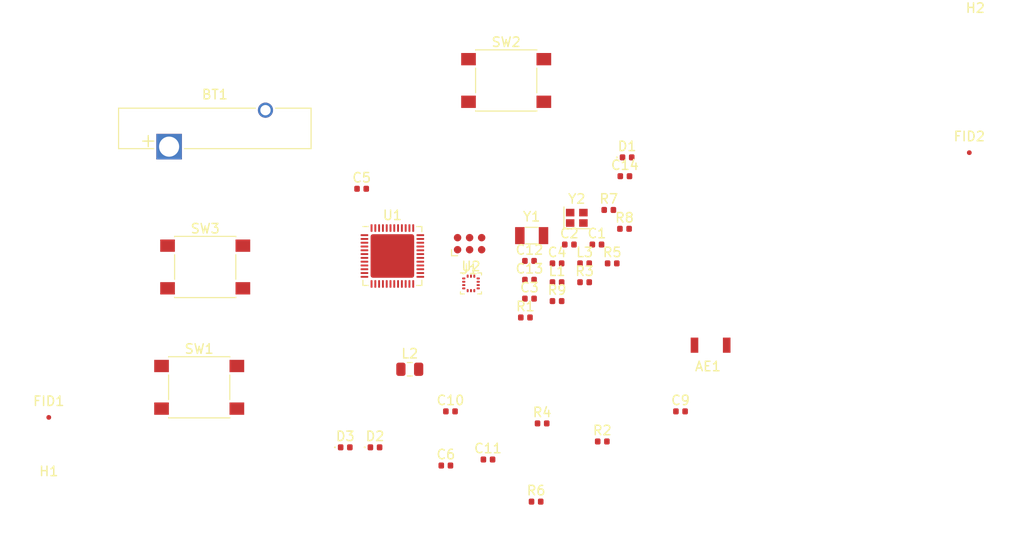
<source format=kicad_pcb>
(kicad_pcb (version 20171130) (host pcbnew 5.1.4-e60b266~84~ubuntu16.04.1)

  (general
    (thickness 1.6)
    (drawings 0)
    (tracks 0)
    (zones 0)
    (modules 41)
    (nets 54)
  )

  (page A4)
  (layers
    (0 F.Cu signal)
    (31 B.Cu signal)
    (32 B.Adhes user)
    (33 F.Adhes user)
    (34 B.Paste user)
    (35 F.Paste user)
    (36 B.SilkS user)
    (37 F.SilkS user)
    (38 B.Mask user)
    (39 F.Mask user)
    (40 Dwgs.User user)
    (41 Cmts.User user)
    (42 Eco1.User user)
    (43 Eco2.User user)
    (44 Edge.Cuts user)
    (45 Margin user)
    (46 B.CrtYd user)
    (47 F.CrtYd user)
    (48 B.Fab user)
    (49 F.Fab user)
  )

  (setup
    (last_trace_width 0.1524)
    (trace_clearance 0.1524)
    (zone_clearance 0.508)
    (zone_45_only no)
    (trace_min 0.1524)
    (via_size 0.6)
    (via_drill 0.3)
    (via_min_size 0.3)
    (via_min_drill 0.3)
    (uvia_size 0.3)
    (uvia_drill 0.1)
    (uvias_allowed no)
    (uvia_min_size 0.2)
    (uvia_min_drill 0.1)
    (edge_width 0.05)
    (segment_width 0.2)
    (pcb_text_width 0.3)
    (pcb_text_size 1.5 1.5)
    (mod_edge_width 0.12)
    (mod_text_size 0.8 0.8)
    (mod_text_width 0.15)
    (pad_size 1.524 1.524)
    (pad_drill 0.762)
    (pad_to_mask_clearance 0.051)
    (solder_mask_min_width 0.25)
    (aux_axis_origin 0 0)
    (visible_elements FFFFFF7F)
    (pcbplotparams
      (layerselection 0x010fc_ffffffff)
      (usegerberextensions false)
      (usegerberattributes false)
      (usegerberadvancedattributes false)
      (creategerberjobfile false)
      (excludeedgelayer true)
      (linewidth 0.100000)
      (plotframeref false)
      (viasonmask false)
      (mode 1)
      (useauxorigin false)
      (hpglpennumber 1)
      (hpglpenspeed 20)
      (hpglpendiameter 15.000000)
      (psnegative false)
      (psa4output false)
      (plotreference true)
      (plotvalue true)
      (plotinvisibletext false)
      (padsonsilk false)
      (subtractmaskfromsilk false)
      (outputformat 1)
      (mirror false)
      (drillshape 1)
      (scaleselection 1)
      (outputdirectory ""))
  )

  (net 0 "")
  (net 1 "Net-(AE1-Pad1)")
  (net 2 "Net-(AE1-Pad2)")
  (net 3 VDD)
  (net 4 GND)
  (net 5 "Net-(C1-Pad2)")
  (net 6 "Net-(C2-Pad2)")
  (net 7 "Net-(C3-Pad1)")
  (net 8 /ANT)
  (net 9 "Net-(C6-Pad1)")
  (net 10 "Net-(C9-Pad2)")
  (net 11 "Net-(C10-Pad2)")
  (net 12 "Net-(C11-Pad2)")
  (net 13 "Net-(C12-Pad2)")
  (net 14 L1G)
  (net 15 "Net-(D1-Pad2)")
  (net 16 L2R)
  (net 17 "Net-(D2-Pad2)")
  (net 18 "Net-(D3-Pad2)")
  (net 19 L3R)
  (net 20 /SWDIO)
  (net 21 "Net-(J1-Pad3)")
  (net 22 /SWCLK)
  (net 23 "Net-(J1-Pad6)")
  (net 24 "Net-(L1-Pad2)")
  (net 25 "Net-(L2-Pad2)")
  (net 26 SDA)
  (net 27 SCL)
  (net 28 "Net-(R3-Pad1)")
  (net 29 BTN_RST)
  (net 30 BTN_F1)
  (net 31 BTN_F2)
  (net 32 "Net-(U1-Pad4)")
  (net 33 "Net-(U1-Pad5)")
  (net 34 "Net-(U1-Pad6)")
  (net 35 "Net-(U1-Pad7)")
  (net 36 "Net-(U1-Pad8)")
  (net 37 "Net-(U1-Pad11)")
  (net 38 "Net-(U1-Pad12)")
  (net 39 INT1)
  (net 40 INT2)
  (net 41 "Net-(U1-Pad19)")
  (net 42 "Net-(U1-Pad20)")
  (net 43 "Net-(U1-Pad21)")
  (net 44 "Net-(U1-Pad28)")
  (net 45 "Net-(U1-Pad29)")
  (net 46 "Net-(U1-Pad37)")
  (net 47 "Net-(U1-Pad38)")
  (net 48 "Net-(U1-Pad39)")
  (net 49 "Net-(U1-Pad40)")
  (net 50 "Net-(U1-Pad41)")
  (net 51 "Net-(U1-Pad42)")
  (net 52 "Net-(U1-Pad43)")
  (net 53 "Net-(U1-Pad44)")

  (net_class Default "This is the default net class."
    (clearance 0.1524)
    (trace_width 0.1524)
    (via_dia 0.6)
    (via_drill 0.3)
    (uvia_dia 0.3)
    (uvia_drill 0.1)
    (add_net /ANT)
    (add_net /SWCLK)
    (add_net /SWDIO)
    (add_net BTN_F1)
    (add_net BTN_F2)
    (add_net BTN_RST)
    (add_net GND)
    (add_net INT1)
    (add_net INT2)
    (add_net L1G)
    (add_net L2R)
    (add_net L3R)
    (add_net "Net-(AE1-Pad1)")
    (add_net "Net-(AE1-Pad2)")
    (add_net "Net-(C1-Pad2)")
    (add_net "Net-(C10-Pad2)")
    (add_net "Net-(C11-Pad2)")
    (add_net "Net-(C12-Pad2)")
    (add_net "Net-(C2-Pad2)")
    (add_net "Net-(C3-Pad1)")
    (add_net "Net-(C6-Pad1)")
    (add_net "Net-(C9-Pad2)")
    (add_net "Net-(D1-Pad2)")
    (add_net "Net-(D2-Pad2)")
    (add_net "Net-(D3-Pad2)")
    (add_net "Net-(J1-Pad3)")
    (add_net "Net-(J1-Pad6)")
    (add_net "Net-(L1-Pad2)")
    (add_net "Net-(L2-Pad2)")
    (add_net "Net-(R3-Pad1)")
    (add_net "Net-(U1-Pad11)")
    (add_net "Net-(U1-Pad12)")
    (add_net "Net-(U1-Pad19)")
    (add_net "Net-(U1-Pad20)")
    (add_net "Net-(U1-Pad21)")
    (add_net "Net-(U1-Pad28)")
    (add_net "Net-(U1-Pad29)")
    (add_net "Net-(U1-Pad37)")
    (add_net "Net-(U1-Pad38)")
    (add_net "Net-(U1-Pad39)")
    (add_net "Net-(U1-Pad4)")
    (add_net "Net-(U1-Pad40)")
    (add_net "Net-(U1-Pad41)")
    (add_net "Net-(U1-Pad42)")
    (add_net "Net-(U1-Pad43)")
    (add_net "Net-(U1-Pad44)")
    (add_net "Net-(U1-Pad5)")
    (add_net "Net-(U1-Pad6)")
    (add_net "Net-(U1-Pad7)")
    (add_net "Net-(U1-Pad8)")
    (add_net SCL)
    (add_net SDA)
    (add_net VDD)
  )

  (net_class ANT ""
    (clearance 0.1524)
    (trace_width 1)
    (via_dia 0.6)
    (via_drill 0.3)
    (uvia_dia 0.3)
    (uvia_drill 0.1)
  )

  (net_class Power ""
    (clearance 0.1524)
    (trace_width 0.3048)
    (via_dia 0.6)
    (via_drill 0.3)
    (uvia_dia 0.3)
    (uvia_drill 0.1)
  )

  (module sensor_ble:2450AT18B100 (layer F.Cu) (tedit 5DE11499) (tstamp 5E5E2C7E)
    (at 167.64 107.95)
    (path /5DEA724A)
    (fp_text reference AE1 (at -0.28 2.24) (layer F.SilkS)
      (effects (font (size 1 1) (thickness 0.15)))
    )
    (fp_text value Antenna_Chip (at -0.36 -2.17) (layer F.Fab)
      (effects (font (size 1 1) (thickness 0.15)))
    )
    (pad 1 smd rect (at -1.7 0) (size 0.8 1.6) (layers F.Cu F.Paste F.Mask)
      (net 1 "Net-(AE1-Pad1)"))
    (pad 2 smd rect (at 1.7 0) (size 0.8 1.6) (layers F.Cu F.Paste F.Mask)
      (net 2 "Net-(AE1-Pad2)"))
  )

  (module Battery:Battery_Panasonic_CR2032-VS1N_Vertical_CircularHoles (layer F.Cu) (tedit 5C857839) (tstamp 5E5E2C94)
    (at 110.49 86.995)
    (descr "Panasonic CR-2032/VS1N battery, https://industrial.panasonic.com/cdbs/www-data/pdf2/AAA4000/AAA4000D140.pdf")
    (tags "battery CR-2032 coin cell vertical")
    (path /5DD9009D)
    (fp_text reference BT1 (at 4.825 -5.5) (layer F.SilkS)
      (effects (font (size 1 1) (thickness 0.15)))
    )
    (fp_text value Battery_Cell (at 4.825 2.5) (layer F.Fab)
      (effects (font (size 1 1) (thickness 0.15)))
    )
    (fp_text user %R (at 4.825 -2 180) (layer F.Fab)
      (effects (font (size 1 1) (thickness 0.15)))
    )
    (fp_line (start -5.225 -3.95) (end 14.875 -3.95) (layer F.Fab) (width 0.1))
    (fp_line (start 14.875 -3.95) (end 14.875 0.1) (layer F.Fab) (width 0.1))
    (fp_line (start -5.225 -3.95) (end -5.225 0.1) (layer F.Fab) (width 0.1))
    (fp_line (start -5.225 0.1) (end 14.875 0.1) (layer F.Fab) (width 0.1))
    (fp_line (start -5.335 -4.06) (end 9.11 -4.06) (layer F.SilkS) (width 0.12))
    (fp_line (start 11.23 -4.06) (end 14.985 -4.06) (layer F.SilkS) (width 0.12))
    (fp_line (start 14.985 -4.06) (end 14.985 0.21) (layer F.SilkS) (width 0.12))
    (fp_line (start -5.335 -4.06) (end -5.335 0.21) (layer F.SilkS) (width 0.12))
    (fp_line (start -5.335 0.21) (end -1.61 0.21) (layer F.SilkS) (width 0.12))
    (fp_line (start 1.61 0.21) (end 14.985 0.21) (layer F.SilkS) (width 0.12))
    (fp_line (start -5.48 -4.78) (end -5.48 1.45) (layer F.CrtYd) (width 0.05))
    (fp_line (start -5.48 1.45) (end 15.13 1.45) (layer F.CrtYd) (width 0.05))
    (fp_line (start -5.48 -4.78) (end 15.13 -4.78) (layer F.CrtYd) (width 0.05))
    (fp_line (start 15.13 -4.78) (end 15.13 1.45) (layer F.CrtYd) (width 0.05))
    (fp_text user + (at -2.2 -0.7) (layer F.SilkS)
      (effects (font (size 1.5 1.5) (thickness 0.15)))
    )
    (pad 1 thru_hole rect (at 0 0 90) (size 2.7 2.7) (drill 2.12) (layers *.Cu *.Mask)
      (net 3 VDD))
    (pad 2 thru_hole circle (at 10.17 -3.85) (size 1.6 1.6) (drill 1.09) (layers *.Cu *.Mask)
      (net 4 GND))
    (model ${KISYS3DMOD}/Battery.3dshapes/Battery_Panasonic_CR2032-VS1N_Vertical_CircularHoles.wrl
      (at (xyz 0 0 0))
      (scale (xyz 1 1 1))
      (rotate (xyz 0 0 0))
    )
  )

  (module Capacitor_SMD:C_0402_1005Metric (layer F.Cu) (tedit 5B301BBE) (tstamp 5E5E2CA3)
    (at 155.645001 97.325001)
    (descr "Capacitor SMD 0402 (1005 Metric), square (rectangular) end terminal, IPC_7351 nominal, (Body size source: http://www.tortai-tech.com/upload/download/2011102023233369053.pdf), generated with kicad-footprint-generator")
    (tags capacitor)
    (path /5DC9CD72)
    (attr smd)
    (fp_text reference C1 (at 0 -1.17) (layer F.SilkS)
      (effects (font (size 1 1) (thickness 0.15)))
    )
    (fp_text value 12pF (at 0 1.17) (layer F.Fab)
      (effects (font (size 1 1) (thickness 0.15)))
    )
    (fp_text user %R (at 0 0) (layer F.Fab)
      (effects (font (size 0.25 0.25) (thickness 0.04)))
    )
    (fp_line (start 0.93 0.47) (end -0.93 0.47) (layer F.CrtYd) (width 0.05))
    (fp_line (start 0.93 -0.47) (end 0.93 0.47) (layer F.CrtYd) (width 0.05))
    (fp_line (start -0.93 -0.47) (end 0.93 -0.47) (layer F.CrtYd) (width 0.05))
    (fp_line (start -0.93 0.47) (end -0.93 -0.47) (layer F.CrtYd) (width 0.05))
    (fp_line (start 0.5 0.25) (end -0.5 0.25) (layer F.Fab) (width 0.1))
    (fp_line (start 0.5 -0.25) (end 0.5 0.25) (layer F.Fab) (width 0.1))
    (fp_line (start -0.5 -0.25) (end 0.5 -0.25) (layer F.Fab) (width 0.1))
    (fp_line (start -0.5 0.25) (end -0.5 -0.25) (layer F.Fab) (width 0.1))
    (pad 2 smd roundrect (at 0.485 0) (size 0.59 0.64) (layers F.Cu F.Paste F.Mask) (roundrect_rratio 0.25)
      (net 5 "Net-(C1-Pad2)"))
    (pad 1 smd roundrect (at -0.485 0) (size 0.59 0.64) (layers F.Cu F.Paste F.Mask) (roundrect_rratio 0.25)
      (net 4 GND))
    (model ${KISYS3DMOD}/Capacitor_SMD.3dshapes/C_0402_1005Metric.wrl
      (at (xyz 0 0 0))
      (scale (xyz 1 1 1))
      (rotate (xyz 0 0 0))
    )
  )

  (module Capacitor_SMD:C_0402_1005Metric (layer F.Cu) (tedit 5B301BBE) (tstamp 5E5E2CB2)
    (at 152.735001 97.325001)
    (descr "Capacitor SMD 0402 (1005 Metric), square (rectangular) end terminal, IPC_7351 nominal, (Body size source: http://www.tortai-tech.com/upload/download/2011102023233369053.pdf), generated with kicad-footprint-generator")
    (tags capacitor)
    (path /5DC9CD6C)
    (attr smd)
    (fp_text reference C2 (at 0 -1.17) (layer F.SilkS)
      (effects (font (size 1 1) (thickness 0.15)))
    )
    (fp_text value 12pF (at 0 1.17) (layer F.Fab)
      (effects (font (size 1 1) (thickness 0.15)))
    )
    (fp_line (start -0.5 0.25) (end -0.5 -0.25) (layer F.Fab) (width 0.1))
    (fp_line (start -0.5 -0.25) (end 0.5 -0.25) (layer F.Fab) (width 0.1))
    (fp_line (start 0.5 -0.25) (end 0.5 0.25) (layer F.Fab) (width 0.1))
    (fp_line (start 0.5 0.25) (end -0.5 0.25) (layer F.Fab) (width 0.1))
    (fp_line (start -0.93 0.47) (end -0.93 -0.47) (layer F.CrtYd) (width 0.05))
    (fp_line (start -0.93 -0.47) (end 0.93 -0.47) (layer F.CrtYd) (width 0.05))
    (fp_line (start 0.93 -0.47) (end 0.93 0.47) (layer F.CrtYd) (width 0.05))
    (fp_line (start 0.93 0.47) (end -0.93 0.47) (layer F.CrtYd) (width 0.05))
    (fp_text user %R (at 0 0) (layer F.Fab)
      (effects (font (size 0.25 0.25) (thickness 0.04)))
    )
    (pad 1 smd roundrect (at -0.485 0) (size 0.59 0.64) (layers F.Cu F.Paste F.Mask) (roundrect_rratio 0.25)
      (net 4 GND))
    (pad 2 smd roundrect (at 0.485 0) (size 0.59 0.64) (layers F.Cu F.Paste F.Mask) (roundrect_rratio 0.25)
      (net 6 "Net-(C2-Pad2)"))
    (model ${KISYS3DMOD}/Capacitor_SMD.3dshapes/C_0402_1005Metric.wrl
      (at (xyz 0 0 0))
      (scale (xyz 1 1 1))
      (rotate (xyz 0 0 0))
    )
  )

  (module Capacitor_SMD:C_0402_1005Metric (layer F.Cu) (tedit 5B301BBE) (tstamp 5E5E2CC1)
    (at 148.525001 103.035001)
    (descr "Capacitor SMD 0402 (1005 Metric), square (rectangular) end terminal, IPC_7351 nominal, (Body size source: http://www.tortai-tech.com/upload/download/2011102023233369053.pdf), generated with kicad-footprint-generator")
    (tags capacitor)
    (path /5DCBD5C4)
    (attr smd)
    (fp_text reference C3 (at 0 -1.17) (layer F.SilkS)
      (effects (font (size 1 1) (thickness 0.15)))
    )
    (fp_text value 100nF (at 0 1.17) (layer F.Fab)
      (effects (font (size 1 1) (thickness 0.15)))
    )
    (fp_text user %R (at 0 0) (layer F.Fab)
      (effects (font (size 0.25 0.25) (thickness 0.04)))
    )
    (fp_line (start 0.93 0.47) (end -0.93 0.47) (layer F.CrtYd) (width 0.05))
    (fp_line (start 0.93 -0.47) (end 0.93 0.47) (layer F.CrtYd) (width 0.05))
    (fp_line (start -0.93 -0.47) (end 0.93 -0.47) (layer F.CrtYd) (width 0.05))
    (fp_line (start -0.93 0.47) (end -0.93 -0.47) (layer F.CrtYd) (width 0.05))
    (fp_line (start 0.5 0.25) (end -0.5 0.25) (layer F.Fab) (width 0.1))
    (fp_line (start 0.5 -0.25) (end 0.5 0.25) (layer F.Fab) (width 0.1))
    (fp_line (start -0.5 -0.25) (end 0.5 -0.25) (layer F.Fab) (width 0.1))
    (fp_line (start -0.5 0.25) (end -0.5 -0.25) (layer F.Fab) (width 0.1))
    (pad 2 smd roundrect (at 0.485 0) (size 0.59 0.64) (layers F.Cu F.Paste F.Mask) (roundrect_rratio 0.25)
      (net 4 GND))
    (pad 1 smd roundrect (at -0.485 0) (size 0.59 0.64) (layers F.Cu F.Paste F.Mask) (roundrect_rratio 0.25)
      (net 7 "Net-(C3-Pad1)"))
    (model ${KISYS3DMOD}/Capacitor_SMD.3dshapes/C_0402_1005Metric.wrl
      (at (xyz 0 0 0))
      (scale (xyz 1 1 1))
      (rotate (xyz 0 0 0))
    )
  )

  (module Capacitor_SMD:C_0402_1005Metric (layer F.Cu) (tedit 5B301BBE) (tstamp 5E5E2CD0)
    (at 151.435001 99.315001)
    (descr "Capacitor SMD 0402 (1005 Metric), square (rectangular) end terminal, IPC_7351 nominal, (Body size source: http://www.tortai-tech.com/upload/download/2011102023233369053.pdf), generated with kicad-footprint-generator")
    (tags capacitor)
    (path /5E75F176)
    (attr smd)
    (fp_text reference C4 (at 0 -1.17) (layer F.SilkS)
      (effects (font (size 1 1) (thickness 0.15)))
    )
    (fp_text value 0.8pF (at 0 1.17) (layer F.Fab)
      (effects (font (size 1 1) (thickness 0.15)))
    )
    (fp_text user %R (at 0 0) (layer F.Fab)
      (effects (font (size 0.25 0.25) (thickness 0.04)))
    )
    (fp_line (start 0.93 0.47) (end -0.93 0.47) (layer F.CrtYd) (width 0.05))
    (fp_line (start 0.93 -0.47) (end 0.93 0.47) (layer F.CrtYd) (width 0.05))
    (fp_line (start -0.93 -0.47) (end 0.93 -0.47) (layer F.CrtYd) (width 0.05))
    (fp_line (start -0.93 0.47) (end -0.93 -0.47) (layer F.CrtYd) (width 0.05))
    (fp_line (start 0.5 0.25) (end -0.5 0.25) (layer F.Fab) (width 0.1))
    (fp_line (start 0.5 -0.25) (end 0.5 0.25) (layer F.Fab) (width 0.1))
    (fp_line (start -0.5 -0.25) (end 0.5 -0.25) (layer F.Fab) (width 0.1))
    (fp_line (start -0.5 0.25) (end -0.5 -0.25) (layer F.Fab) (width 0.1))
    (pad 2 smd roundrect (at 0.485 0) (size 0.59 0.64) (layers F.Cu F.Paste F.Mask) (roundrect_rratio 0.25)
      (net 8 /ANT))
    (pad 1 smd roundrect (at -0.485 0) (size 0.59 0.64) (layers F.Cu F.Paste F.Mask) (roundrect_rratio 0.25)
      (net 4 GND))
    (model ${KISYS3DMOD}/Capacitor_SMD.3dshapes/C_0402_1005Metric.wrl
      (at (xyz 0 0 0))
      (scale (xyz 1 1 1))
      (rotate (xyz 0 0 0))
    )
  )

  (module Capacitor_SMD:C_0402_1005Metric (layer F.Cu) (tedit 5B301BBE) (tstamp 5E5E2CDF)
    (at 130.81 91.44)
    (descr "Capacitor SMD 0402 (1005 Metric), square (rectangular) end terminal, IPC_7351 nominal, (Body size source: http://www.tortai-tech.com/upload/download/2011102023233369053.pdf), generated with kicad-footprint-generator")
    (tags capacitor)
    (path /5DC84190)
    (attr smd)
    (fp_text reference C5 (at 0 -1.17) (layer F.SilkS)
      (effects (font (size 1 1) (thickness 0.15)))
    )
    (fp_text value 100nF (at 0 1.17) (layer F.Fab)
      (effects (font (size 1 1) (thickness 0.15)))
    )
    (fp_line (start -0.5 0.25) (end -0.5 -0.25) (layer F.Fab) (width 0.1))
    (fp_line (start -0.5 -0.25) (end 0.5 -0.25) (layer F.Fab) (width 0.1))
    (fp_line (start 0.5 -0.25) (end 0.5 0.25) (layer F.Fab) (width 0.1))
    (fp_line (start 0.5 0.25) (end -0.5 0.25) (layer F.Fab) (width 0.1))
    (fp_line (start -0.93 0.47) (end -0.93 -0.47) (layer F.CrtYd) (width 0.05))
    (fp_line (start -0.93 -0.47) (end 0.93 -0.47) (layer F.CrtYd) (width 0.05))
    (fp_line (start 0.93 -0.47) (end 0.93 0.47) (layer F.CrtYd) (width 0.05))
    (fp_line (start 0.93 0.47) (end -0.93 0.47) (layer F.CrtYd) (width 0.05))
    (fp_text user %R (at 0 0) (layer F.Fab)
      (effects (font (size 0.25 0.25) (thickness 0.04)))
    )
    (pad 1 smd roundrect (at -0.485 0) (size 0.59 0.64) (layers F.Cu F.Paste F.Mask) (roundrect_rratio 0.25)
      (net 3 VDD))
    (pad 2 smd roundrect (at 0.485 0) (size 0.59 0.64) (layers F.Cu F.Paste F.Mask) (roundrect_rratio 0.25)
      (net 4 GND))
    (model ${KISYS3DMOD}/Capacitor_SMD.3dshapes/C_0402_1005Metric.wrl
      (at (xyz 0 0 0))
      (scale (xyz 1 1 1))
      (rotate (xyz 0 0 0))
    )
  )

  (module Capacitor_SMD:C_0402_1005Metric (layer F.Cu) (tedit 5B301BBE) (tstamp 5E5E2CEE)
    (at 139.7 120.65)
    (descr "Capacitor SMD 0402 (1005 Metric), square (rectangular) end terminal, IPC_7351 nominal, (Body size source: http://www.tortai-tech.com/upload/download/2011102023233369053.pdf), generated with kicad-footprint-generator")
    (tags capacitor)
    (path /5DCC15AC)
    (attr smd)
    (fp_text reference C6 (at 0 -1.17) (layer F.SilkS)
      (effects (font (size 1 1) (thickness 0.15)))
    )
    (fp_text value 1uF (at 0 1.17) (layer F.Fab)
      (effects (font (size 1 1) (thickness 0.15)))
    )
    (fp_line (start -0.5 0.25) (end -0.5 -0.25) (layer F.Fab) (width 0.1))
    (fp_line (start -0.5 -0.25) (end 0.5 -0.25) (layer F.Fab) (width 0.1))
    (fp_line (start 0.5 -0.25) (end 0.5 0.25) (layer F.Fab) (width 0.1))
    (fp_line (start 0.5 0.25) (end -0.5 0.25) (layer F.Fab) (width 0.1))
    (fp_line (start -0.93 0.47) (end -0.93 -0.47) (layer F.CrtYd) (width 0.05))
    (fp_line (start -0.93 -0.47) (end 0.93 -0.47) (layer F.CrtYd) (width 0.05))
    (fp_line (start 0.93 -0.47) (end 0.93 0.47) (layer F.CrtYd) (width 0.05))
    (fp_line (start 0.93 0.47) (end -0.93 0.47) (layer F.CrtYd) (width 0.05))
    (fp_text user %R (at 0 0) (layer F.Fab)
      (effects (font (size 0.25 0.25) (thickness 0.04)))
    )
    (pad 1 smd roundrect (at -0.485 0) (size 0.59 0.64) (layers F.Cu F.Paste F.Mask) (roundrect_rratio 0.25)
      (net 9 "Net-(C6-Pad1)"))
    (pad 2 smd roundrect (at 0.485 0) (size 0.59 0.64) (layers F.Cu F.Paste F.Mask) (roundrect_rratio 0.25)
      (net 4 GND))
    (model ${KISYS3DMOD}/Capacitor_SMD.3dshapes/C_0402_1005Metric.wrl
      (at (xyz 0 0 0))
      (scale (xyz 1 1 1))
      (rotate (xyz 0 0 0))
    )
  )

  (module Capacitor_SMD:C_0402_1005Metric (layer F.Cu) (tedit 5B301BBE) (tstamp 5E5E2CFD)
    (at 164.465 114.935)
    (descr "Capacitor SMD 0402 (1005 Metric), square (rectangular) end terminal, IPC_7351 nominal, (Body size source: http://www.tortai-tech.com/upload/download/2011102023233369053.pdf), generated with kicad-footprint-generator")
    (tags capacitor)
    (path /5DC62DD2)
    (attr smd)
    (fp_text reference C9 (at 0 -1.17) (layer F.SilkS)
      (effects (font (size 1 1) (thickness 0.15)))
    )
    (fp_text value 12pF (at 0 1.17) (layer F.Fab)
      (effects (font (size 1 1) (thickness 0.15)))
    )
    (fp_text user %R (at 0 0) (layer F.Fab)
      (effects (font (size 0.25 0.25) (thickness 0.04)))
    )
    (fp_line (start 0.93 0.47) (end -0.93 0.47) (layer F.CrtYd) (width 0.05))
    (fp_line (start 0.93 -0.47) (end 0.93 0.47) (layer F.CrtYd) (width 0.05))
    (fp_line (start -0.93 -0.47) (end 0.93 -0.47) (layer F.CrtYd) (width 0.05))
    (fp_line (start -0.93 0.47) (end -0.93 -0.47) (layer F.CrtYd) (width 0.05))
    (fp_line (start 0.5 0.25) (end -0.5 0.25) (layer F.Fab) (width 0.1))
    (fp_line (start 0.5 -0.25) (end 0.5 0.25) (layer F.Fab) (width 0.1))
    (fp_line (start -0.5 -0.25) (end 0.5 -0.25) (layer F.Fab) (width 0.1))
    (fp_line (start -0.5 0.25) (end -0.5 -0.25) (layer F.Fab) (width 0.1))
    (pad 2 smd roundrect (at 0.485 0) (size 0.59 0.64) (layers F.Cu F.Paste F.Mask) (roundrect_rratio 0.25)
      (net 10 "Net-(C9-Pad2)"))
    (pad 1 smd roundrect (at -0.485 0) (size 0.59 0.64) (layers F.Cu F.Paste F.Mask) (roundrect_rratio 0.25)
      (net 4 GND))
    (model ${KISYS3DMOD}/Capacitor_SMD.3dshapes/C_0402_1005Metric.wrl
      (at (xyz 0 0 0))
      (scale (xyz 1 1 1))
      (rotate (xyz 0 0 0))
    )
  )

  (module Capacitor_SMD:C_0402_1005Metric (layer F.Cu) (tedit 5B301BBE) (tstamp 5E5E2D0C)
    (at 140.185 114.935)
    (descr "Capacitor SMD 0402 (1005 Metric), square (rectangular) end terminal, IPC_7351 nominal, (Body size source: http://www.tortai-tech.com/upload/download/2011102023233369053.pdf), generated with kicad-footprint-generator")
    (tags capacitor)
    (path /5DC63B03)
    (attr smd)
    (fp_text reference C10 (at 0 -1.17) (layer F.SilkS)
      (effects (font (size 1 1) (thickness 0.15)))
    )
    (fp_text value 12pF (at 0 1.17) (layer F.Fab)
      (effects (font (size 1 1) (thickness 0.15)))
    )
    (fp_line (start -0.5 0.25) (end -0.5 -0.25) (layer F.Fab) (width 0.1))
    (fp_line (start -0.5 -0.25) (end 0.5 -0.25) (layer F.Fab) (width 0.1))
    (fp_line (start 0.5 -0.25) (end 0.5 0.25) (layer F.Fab) (width 0.1))
    (fp_line (start 0.5 0.25) (end -0.5 0.25) (layer F.Fab) (width 0.1))
    (fp_line (start -0.93 0.47) (end -0.93 -0.47) (layer F.CrtYd) (width 0.05))
    (fp_line (start -0.93 -0.47) (end 0.93 -0.47) (layer F.CrtYd) (width 0.05))
    (fp_line (start 0.93 -0.47) (end 0.93 0.47) (layer F.CrtYd) (width 0.05))
    (fp_line (start 0.93 0.47) (end -0.93 0.47) (layer F.CrtYd) (width 0.05))
    (fp_text user %R (at 0 0) (layer F.Fab)
      (effects (font (size 0.25 0.25) (thickness 0.04)))
    )
    (pad 1 smd roundrect (at -0.485 0) (size 0.59 0.64) (layers F.Cu F.Paste F.Mask) (roundrect_rratio 0.25)
      (net 4 GND))
    (pad 2 smd roundrect (at 0.485 0) (size 0.59 0.64) (layers F.Cu F.Paste F.Mask) (roundrect_rratio 0.25)
      (net 11 "Net-(C10-Pad2)"))
    (model ${KISYS3DMOD}/Capacitor_SMD.3dshapes/C_0402_1005Metric.wrl
      (at (xyz 0 0 0))
      (scale (xyz 1 1 1))
      (rotate (xyz 0 0 0))
    )
  )

  (module Capacitor_SMD:C_0402_1005Metric (layer F.Cu) (tedit 5B301BBE) (tstamp 5E5E2D1B)
    (at 144.145 120.015)
    (descr "Capacitor SMD 0402 (1005 Metric), square (rectangular) end terminal, IPC_7351 nominal, (Body size source: http://www.tortai-tech.com/upload/download/2011102023233369053.pdf), generated with kicad-footprint-generator")
    (tags capacitor)
    (path /5DC7FC81)
    (attr smd)
    (fp_text reference C11 (at 0 -1.17) (layer F.SilkS)
      (effects (font (size 1 1) (thickness 0.15)))
    )
    (fp_text value 100pF (at 0 1.17) (layer F.Fab)
      (effects (font (size 1 1) (thickness 0.15)))
    )
    (fp_text user %R (at 0 0) (layer F.Fab)
      (effects (font (size 0.25 0.25) (thickness 0.04)))
    )
    (fp_line (start 0.93 0.47) (end -0.93 0.47) (layer F.CrtYd) (width 0.05))
    (fp_line (start 0.93 -0.47) (end 0.93 0.47) (layer F.CrtYd) (width 0.05))
    (fp_line (start -0.93 -0.47) (end 0.93 -0.47) (layer F.CrtYd) (width 0.05))
    (fp_line (start -0.93 0.47) (end -0.93 -0.47) (layer F.CrtYd) (width 0.05))
    (fp_line (start 0.5 0.25) (end -0.5 0.25) (layer F.Fab) (width 0.1))
    (fp_line (start 0.5 -0.25) (end 0.5 0.25) (layer F.Fab) (width 0.1))
    (fp_line (start -0.5 -0.25) (end 0.5 -0.25) (layer F.Fab) (width 0.1))
    (fp_line (start -0.5 0.25) (end -0.5 -0.25) (layer F.Fab) (width 0.1))
    (pad 2 smd roundrect (at 0.485 0) (size 0.59 0.64) (layers F.Cu F.Paste F.Mask) (roundrect_rratio 0.25)
      (net 12 "Net-(C11-Pad2)"))
    (pad 1 smd roundrect (at -0.485 0) (size 0.59 0.64) (layers F.Cu F.Paste F.Mask) (roundrect_rratio 0.25)
      (net 4 GND))
    (model ${KISYS3DMOD}/Capacitor_SMD.3dshapes/C_0402_1005Metric.wrl
      (at (xyz 0 0 0))
      (scale (xyz 1 1 1))
      (rotate (xyz 0 0 0))
    )
  )

  (module Capacitor_SMD:C_0402_1005Metric (layer F.Cu) (tedit 5B301BBE) (tstamp 5E5E2D2A)
    (at 148.525001 99.055001)
    (descr "Capacitor SMD 0402 (1005 Metric), square (rectangular) end terminal, IPC_7351 nominal, (Body size source: http://www.tortai-tech.com/upload/download/2011102023233369053.pdf), generated with kicad-footprint-generator")
    (tags capacitor)
    (path /5DC806AB)
    (attr smd)
    (fp_text reference C12 (at 0 -1.17) (layer F.SilkS)
      (effects (font (size 1 1) (thickness 0.15)))
    )
    (fp_text value NF (at 0 1.17) (layer F.Fab)
      (effects (font (size 1 1) (thickness 0.15)))
    )
    (fp_line (start -0.5 0.25) (end -0.5 -0.25) (layer F.Fab) (width 0.1))
    (fp_line (start -0.5 -0.25) (end 0.5 -0.25) (layer F.Fab) (width 0.1))
    (fp_line (start 0.5 -0.25) (end 0.5 0.25) (layer F.Fab) (width 0.1))
    (fp_line (start 0.5 0.25) (end -0.5 0.25) (layer F.Fab) (width 0.1))
    (fp_line (start -0.93 0.47) (end -0.93 -0.47) (layer F.CrtYd) (width 0.05))
    (fp_line (start -0.93 -0.47) (end 0.93 -0.47) (layer F.CrtYd) (width 0.05))
    (fp_line (start 0.93 -0.47) (end 0.93 0.47) (layer F.CrtYd) (width 0.05))
    (fp_line (start 0.93 0.47) (end -0.93 0.47) (layer F.CrtYd) (width 0.05))
    (fp_text user %R (at 0 0) (layer F.Fab)
      (effects (font (size 0.25 0.25) (thickness 0.04)))
    )
    (pad 1 smd roundrect (at -0.485 0) (size 0.59 0.64) (layers F.Cu F.Paste F.Mask) (roundrect_rratio 0.25)
      (net 4 GND))
    (pad 2 smd roundrect (at 0.485 0) (size 0.59 0.64) (layers F.Cu F.Paste F.Mask) (roundrect_rratio 0.25)
      (net 13 "Net-(C12-Pad2)"))
    (model ${KISYS3DMOD}/Capacitor_SMD.3dshapes/C_0402_1005Metric.wrl
      (at (xyz 0 0 0))
      (scale (xyz 1 1 1))
      (rotate (xyz 0 0 0))
    )
  )

  (module Capacitor_SMD:C_0402_1005Metric (layer F.Cu) (tedit 5B301BBE) (tstamp 5E5E2D39)
    (at 148.525001 101.045001)
    (descr "Capacitor SMD 0402 (1005 Metric), square (rectangular) end terminal, IPC_7351 nominal, (Body size source: http://www.tortai-tech.com/upload/download/2011102023233369053.pdf), generated with kicad-footprint-generator")
    (tags capacitor)
    (path /5DD06CA3)
    (attr smd)
    (fp_text reference C13 (at 0 -1.17) (layer F.SilkS)
      (effects (font (size 1 1) (thickness 0.15)))
    )
    (fp_text value 10nF (at 0 1.17) (layer F.Fab)
      (effects (font (size 1 1) (thickness 0.15)))
    )
    (fp_text user %R (at 0 0) (layer F.Fab)
      (effects (font (size 0.25 0.25) (thickness 0.04)))
    )
    (fp_line (start 0.93 0.47) (end -0.93 0.47) (layer F.CrtYd) (width 0.05))
    (fp_line (start 0.93 -0.47) (end 0.93 0.47) (layer F.CrtYd) (width 0.05))
    (fp_line (start -0.93 -0.47) (end 0.93 -0.47) (layer F.CrtYd) (width 0.05))
    (fp_line (start -0.93 0.47) (end -0.93 -0.47) (layer F.CrtYd) (width 0.05))
    (fp_line (start 0.5 0.25) (end -0.5 0.25) (layer F.Fab) (width 0.1))
    (fp_line (start 0.5 -0.25) (end 0.5 0.25) (layer F.Fab) (width 0.1))
    (fp_line (start -0.5 -0.25) (end 0.5 -0.25) (layer F.Fab) (width 0.1))
    (fp_line (start -0.5 0.25) (end -0.5 -0.25) (layer F.Fab) (width 0.1))
    (pad 2 smd roundrect (at 0.485 0) (size 0.59 0.64) (layers F.Cu F.Paste F.Mask) (roundrect_rratio 0.25)
      (net 4 GND))
    (pad 1 smd roundrect (at -0.485 0) (size 0.59 0.64) (layers F.Cu F.Paste F.Mask) (roundrect_rratio 0.25)
      (net 3 VDD))
    (model ${KISYS3DMOD}/Capacitor_SMD.3dshapes/C_0402_1005Metric.wrl
      (at (xyz 0 0 0))
      (scale (xyz 1 1 1))
      (rotate (xyz 0 0 0))
    )
  )

  (module Capacitor_SMD:C_0402_1005Metric (layer F.Cu) (tedit 5B301BBE) (tstamp 5E5E2D48)
    (at 158.595001 90.115001)
    (descr "Capacitor SMD 0402 (1005 Metric), square (rectangular) end terminal, IPC_7351 nominal, (Body size source: http://www.tortai-tech.com/upload/download/2011102023233369053.pdf), generated with kicad-footprint-generator")
    (tags capacitor)
    (path /5DD09813)
    (attr smd)
    (fp_text reference C14 (at 0 -1.17) (layer F.SilkS)
      (effects (font (size 1 1) (thickness 0.15)))
    )
    (fp_text value 100nF (at 0 1.17) (layer F.Fab)
      (effects (font (size 1 1) (thickness 0.15)))
    )
    (fp_line (start -0.5 0.25) (end -0.5 -0.25) (layer F.Fab) (width 0.1))
    (fp_line (start -0.5 -0.25) (end 0.5 -0.25) (layer F.Fab) (width 0.1))
    (fp_line (start 0.5 -0.25) (end 0.5 0.25) (layer F.Fab) (width 0.1))
    (fp_line (start 0.5 0.25) (end -0.5 0.25) (layer F.Fab) (width 0.1))
    (fp_line (start -0.93 0.47) (end -0.93 -0.47) (layer F.CrtYd) (width 0.05))
    (fp_line (start -0.93 -0.47) (end 0.93 -0.47) (layer F.CrtYd) (width 0.05))
    (fp_line (start 0.93 -0.47) (end 0.93 0.47) (layer F.CrtYd) (width 0.05))
    (fp_line (start 0.93 0.47) (end -0.93 0.47) (layer F.CrtYd) (width 0.05))
    (fp_text user %R (at 0 0) (layer F.Fab)
      (effects (font (size 0.25 0.25) (thickness 0.04)))
    )
    (pad 1 smd roundrect (at -0.485 0) (size 0.59 0.64) (layers F.Cu F.Paste F.Mask) (roundrect_rratio 0.25)
      (net 3 VDD))
    (pad 2 smd roundrect (at 0.485 0) (size 0.59 0.64) (layers F.Cu F.Paste F.Mask) (roundrect_rratio 0.25)
      (net 4 GND))
    (model ${KISYS3DMOD}/Capacitor_SMD.3dshapes/C_0402_1005Metric.wrl
      (at (xyz 0 0 0))
      (scale (xyz 1 1 1))
      (rotate (xyz 0 0 0))
    )
  )

  (module LED_SMD:LED_0402_1005Metric (layer F.Cu) (tedit 5B301BBE) (tstamp 5E5E2D5A)
    (at 158.830001 88.125001)
    (descr "LED SMD 0402 (1005 Metric), square (rectangular) end terminal, IPC_7351 nominal, (Body size source: http://www.tortai-tech.com/upload/download/2011102023233369053.pdf), generated with kicad-footprint-generator")
    (tags LED)
    (path /5E66BA39)
    (attr smd)
    (fp_text reference D1 (at 0 -1.17) (layer F.SilkS)
      (effects (font (size 1 1) (thickness 0.15)))
    )
    (fp_text value LED (at 0 1.17) (layer F.Fab)
      (effects (font (size 1 1) (thickness 0.15)))
    )
    (fp_circle (center -1.09 0) (end -1.04 0) (layer F.SilkS) (width 0.1))
    (fp_line (start -0.5 0.25) (end -0.5 -0.25) (layer F.Fab) (width 0.1))
    (fp_line (start -0.5 -0.25) (end 0.5 -0.25) (layer F.Fab) (width 0.1))
    (fp_line (start 0.5 -0.25) (end 0.5 0.25) (layer F.Fab) (width 0.1))
    (fp_line (start 0.5 0.25) (end -0.5 0.25) (layer F.Fab) (width 0.1))
    (fp_line (start -0.4 0.25) (end -0.4 -0.25) (layer F.Fab) (width 0.1))
    (fp_line (start -0.3 0.25) (end -0.3 -0.25) (layer F.Fab) (width 0.1))
    (fp_line (start -0.93 0.47) (end -0.93 -0.47) (layer F.CrtYd) (width 0.05))
    (fp_line (start -0.93 -0.47) (end 0.93 -0.47) (layer F.CrtYd) (width 0.05))
    (fp_line (start 0.93 -0.47) (end 0.93 0.47) (layer F.CrtYd) (width 0.05))
    (fp_line (start 0.93 0.47) (end -0.93 0.47) (layer F.CrtYd) (width 0.05))
    (fp_text user %R (at 0 0) (layer F.Fab)
      (effects (font (size 0.25 0.25) (thickness 0.04)))
    )
    (pad 1 smd roundrect (at -0.485 0) (size 0.59 0.64) (layers F.Cu F.Paste F.Mask) (roundrect_rratio 0.25)
      (net 14 L1G))
    (pad 2 smd roundrect (at 0.485 0) (size 0.59 0.64) (layers F.Cu F.Paste F.Mask) (roundrect_rratio 0.25)
      (net 15 "Net-(D1-Pad2)"))
    (model ${KISYS3DMOD}/LED_SMD.3dshapes/LED_0402_1005Metric.wrl
      (at (xyz 0 0 0))
      (scale (xyz 1 1 1))
      (rotate (xyz 0 0 0))
    )
  )

  (module LED_SMD:LED_0402_1005Metric (layer F.Cu) (tedit 5B301BBE) (tstamp 5E5E2D6C)
    (at 132.220001 118.730001)
    (descr "LED SMD 0402 (1005 Metric), square (rectangular) end terminal, IPC_7351 nominal, (Body size source: http://www.tortai-tech.com/upload/download/2011102023233369053.pdf), generated with kicad-footprint-generator")
    (tags LED)
    (path /5E96FA29)
    (attr smd)
    (fp_text reference D2 (at 0 -1.17) (layer F.SilkS)
      (effects (font (size 1 1) (thickness 0.15)))
    )
    (fp_text value LED (at 0 1.17) (layer F.Fab)
      (effects (font (size 1 1) (thickness 0.15)))
    )
    (fp_circle (center -1.09 0) (end -1.04 0) (layer F.SilkS) (width 0.1))
    (fp_line (start -0.5 0.25) (end -0.5 -0.25) (layer F.Fab) (width 0.1))
    (fp_line (start -0.5 -0.25) (end 0.5 -0.25) (layer F.Fab) (width 0.1))
    (fp_line (start 0.5 -0.25) (end 0.5 0.25) (layer F.Fab) (width 0.1))
    (fp_line (start 0.5 0.25) (end -0.5 0.25) (layer F.Fab) (width 0.1))
    (fp_line (start -0.4 0.25) (end -0.4 -0.25) (layer F.Fab) (width 0.1))
    (fp_line (start -0.3 0.25) (end -0.3 -0.25) (layer F.Fab) (width 0.1))
    (fp_line (start -0.93 0.47) (end -0.93 -0.47) (layer F.CrtYd) (width 0.05))
    (fp_line (start -0.93 -0.47) (end 0.93 -0.47) (layer F.CrtYd) (width 0.05))
    (fp_line (start 0.93 -0.47) (end 0.93 0.47) (layer F.CrtYd) (width 0.05))
    (fp_line (start 0.93 0.47) (end -0.93 0.47) (layer F.CrtYd) (width 0.05))
    (fp_text user %R (at 0 0) (layer F.Fab)
      (effects (font (size 0.25 0.25) (thickness 0.04)))
    )
    (pad 1 smd roundrect (at -0.485 0) (size 0.59 0.64) (layers F.Cu F.Paste F.Mask) (roundrect_rratio 0.25)
      (net 16 L2R))
    (pad 2 smd roundrect (at 0.485 0) (size 0.59 0.64) (layers F.Cu F.Paste F.Mask) (roundrect_rratio 0.25)
      (net 17 "Net-(D2-Pad2)"))
    (model ${KISYS3DMOD}/LED_SMD.3dshapes/LED_0402_1005Metric.wrl
      (at (xyz 0 0 0))
      (scale (xyz 1 1 1))
      (rotate (xyz 0 0 0))
    )
  )

  (module LED_SMD:LED_0402_1005Metric (layer F.Cu) (tedit 5B301BBE) (tstamp 5E5E2D7E)
    (at 129.080001 118.730001)
    (descr "LED SMD 0402 (1005 Metric), square (rectangular) end terminal, IPC_7351 nominal, (Body size source: http://www.tortai-tech.com/upload/download/2011102023233369053.pdf), generated with kicad-footprint-generator")
    (tags LED)
    (path /5E662482)
    (attr smd)
    (fp_text reference D3 (at 0 -1.17) (layer F.SilkS)
      (effects (font (size 1 1) (thickness 0.15)))
    )
    (fp_text value LED (at 0 1.17) (layer F.Fab)
      (effects (font (size 1 1) (thickness 0.15)))
    )
    (fp_text user %R (at 0 0) (layer F.Fab)
      (effects (font (size 0.25 0.25) (thickness 0.04)))
    )
    (fp_line (start 0.93 0.47) (end -0.93 0.47) (layer F.CrtYd) (width 0.05))
    (fp_line (start 0.93 -0.47) (end 0.93 0.47) (layer F.CrtYd) (width 0.05))
    (fp_line (start -0.93 -0.47) (end 0.93 -0.47) (layer F.CrtYd) (width 0.05))
    (fp_line (start -0.93 0.47) (end -0.93 -0.47) (layer F.CrtYd) (width 0.05))
    (fp_line (start -0.3 0.25) (end -0.3 -0.25) (layer F.Fab) (width 0.1))
    (fp_line (start -0.4 0.25) (end -0.4 -0.25) (layer F.Fab) (width 0.1))
    (fp_line (start 0.5 0.25) (end -0.5 0.25) (layer F.Fab) (width 0.1))
    (fp_line (start 0.5 -0.25) (end 0.5 0.25) (layer F.Fab) (width 0.1))
    (fp_line (start -0.5 -0.25) (end 0.5 -0.25) (layer F.Fab) (width 0.1))
    (fp_line (start -0.5 0.25) (end -0.5 -0.25) (layer F.Fab) (width 0.1))
    (fp_circle (center -1.09 0) (end -1.04 0) (layer F.SilkS) (width 0.1))
    (pad 2 smd roundrect (at 0.485 0) (size 0.59 0.64) (layers F.Cu F.Paste F.Mask) (roundrect_rratio 0.25)
      (net 18 "Net-(D3-Pad2)"))
    (pad 1 smd roundrect (at -0.485 0) (size 0.59 0.64) (layers F.Cu F.Paste F.Mask) (roundrect_rratio 0.25)
      (net 19 L3R))
    (model ${KISYS3DMOD}/LED_SMD.3dshapes/LED_0402_1005Metric.wrl
      (at (xyz 0 0 0))
      (scale (xyz 1 1 1))
      (rotate (xyz 0 0 0))
    )
  )

  (module Fiducial:Fiducial_0.5mm_Mask1.5mm (layer F.Cu) (tedit 5C18D139) (tstamp 5E5E2D86)
    (at 97.79 115.57)
    (descr "Circular Fiducial, 0.5mm bare copper, 1.5mm soldermask opening")
    (tags fiducial)
    (path /5DE2F9CF)
    (attr smd)
    (fp_text reference FID1 (at 0 -1.7145) (layer F.SilkS)
      (effects (font (size 1 1) (thickness 0.15)))
    )
    (fp_text value Fiducial (at 0 1.7145) (layer F.Fab)
      (effects (font (size 1 1) (thickness 0.15)))
    )
    (fp_circle (center 0 0) (end 0.75 0) (layer F.Fab) (width 0.1))
    (fp_text user %R (at 0 0) (layer F.Fab)
      (effects (font (size 0.2 0.2) (thickness 0.04)))
    )
    (fp_circle (center 0 0) (end 1 0) (layer F.CrtYd) (width 0.05))
    (pad "" smd circle (at 0 0) (size 0.5 0.5) (layers F.Cu F.Mask)
      (solder_mask_margin 0.5) (clearance 0.5))
  )

  (module Fiducial:Fiducial_0.5mm_Mask1.5mm (layer F.Cu) (tedit 5C18D139) (tstamp 5E5E2D8E)
    (at 194.945 87.63)
    (descr "Circular Fiducial, 0.5mm bare copper, 1.5mm soldermask opening")
    (tags fiducial)
    (path /5DE312B7)
    (attr smd)
    (fp_text reference FID2 (at 0 -1.7145) (layer F.SilkS)
      (effects (font (size 1 1) (thickness 0.15)))
    )
    (fp_text value Fiducial (at 0 1.7145) (layer F.Fab)
      (effects (font (size 1 1) (thickness 0.15)))
    )
    (fp_circle (center 0 0) (end 1 0) (layer F.CrtYd) (width 0.05))
    (fp_text user %R (at 0 0) (layer F.Fab)
      (effects (font (size 0.2 0.2) (thickness 0.04)))
    )
    (fp_circle (center 0 0) (end 0.75 0) (layer F.Fab) (width 0.1))
    (pad "" smd circle (at 0 0) (size 0.5 0.5) (layers F.Cu F.Mask)
      (solder_mask_margin 0.5) (clearance 0.5))
  )

  (module MountingHole:MountingHole_2mm (layer F.Cu) (tedit 5B924920) (tstamp 5E5E2D96)
    (at 97.79 124.46)
    (descr "Mounting Hole 2mm, no annular")
    (tags "mounting hole 2mm no annular")
    (path /5DE3894B)
    (attr virtual)
    (fp_text reference H1 (at 0 -3.2) (layer F.SilkS)
      (effects (font (size 1 1) (thickness 0.15)))
    )
    (fp_text value MountingHole (at 0 3.1) (layer F.Fab)
      (effects (font (size 1 1) (thickness 0.15)))
    )
    (fp_text user %R (at 0.3 0) (layer F.Fab)
      (effects (font (size 1 1) (thickness 0.15)))
    )
    (fp_circle (center 0 0) (end 2 0) (layer Cmts.User) (width 0.15))
    (fp_circle (center 0 0) (end 2.25 0) (layer F.CrtYd) (width 0.05))
    (pad "" np_thru_hole circle (at 0 0) (size 2 2) (drill 2) (layers *.Cu *.Mask))
  )

  (module MountingHole:MountingHole_2mm (layer F.Cu) (tedit 5B924920) (tstamp 5E5E2D9E)
    (at 195.58 75.565)
    (descr "Mounting Hole 2mm, no annular")
    (tags "mounting hole 2mm no annular")
    (path /5DE39090)
    (attr virtual)
    (fp_text reference H2 (at 0 -3.2) (layer F.SilkS)
      (effects (font (size 1 1) (thickness 0.15)))
    )
    (fp_text value MountingHole (at 0 3.1) (layer F.Fab)
      (effects (font (size 1 1) (thickness 0.15)))
    )
    (fp_circle (center 0 0) (end 2.25 0) (layer F.CrtYd) (width 0.05))
    (fp_circle (center 0 0) (end 2 0) (layer Cmts.User) (width 0.15))
    (fp_text user %R (at 0.3 0) (layer F.Fab)
      (effects (font (size 1 1) (thickness 0.15)))
    )
    (pad "" np_thru_hole circle (at 0 0) (size 2 2) (drill 2) (layers *.Cu *.Mask))
  )

  (module Connector:Tag-Connect_TC2030-IDC-NL_2x03_P1.27mm_Vertical (layer F.Cu) (tedit 5A29CEA9) (tstamp 5E5E2DBC)
    (at 142.205001 97.235001)
    (descr "Tag-Connect programming header; http://www.tag-connect.com/Materials/TC2030-IDC-NL.pdf")
    (tags "tag connect programming header pogo pins")
    (path /5DE5D834)
    (attr virtual)
    (fp_text reference J1 (at 0 2.7) (layer F.SilkS)
      (effects (font (size 1 1) (thickness 0.15)))
    )
    (fp_text value TC2030 (at 0 -2.3) (layer F.Fab)
      (effects (font (size 1 1) (thickness 0.15)))
    )
    (fp_line (start -1.905 1.27) (end -1.905 0.635) (layer F.SilkS) (width 0.12))
    (fp_line (start -1.27 1.27) (end -1.905 1.27) (layer F.SilkS) (width 0.12))
    (fp_line (start -3.5 2) (end -3.5 -2) (layer F.CrtYd) (width 0.05))
    (fp_line (start 3.5 2) (end -3.5 2) (layer F.CrtYd) (width 0.05))
    (fp_line (start 3.5 -2) (end 3.5 2) (layer F.CrtYd) (width 0.05))
    (fp_line (start -3.5 -2) (end 3.5 -2) (layer F.CrtYd) (width 0.05))
    (fp_text user %R (at 0 0) (layer F.Fab)
      (effects (font (size 1 1) (thickness 0.15)))
    )
    (fp_line (start -1.27 0.635) (end -1.27 -0.635) (layer Dwgs.User) (width 0.1))
    (fp_line (start 1.27 0.635) (end -1.27 0.635) (layer Dwgs.User) (width 0.1))
    (fp_line (start 1.27 -0.635) (end 1.27 0.635) (layer Dwgs.User) (width 0.1))
    (fp_line (start -1.27 -0.635) (end 1.27 -0.635) (layer Dwgs.User) (width 0.1))
    (fp_line (start -1.27 0.635) (end 0 -0.635) (layer Dwgs.User) (width 0.1))
    (fp_line (start -1.27 0) (end -0.635 -0.635) (layer Dwgs.User) (width 0.1))
    (fp_line (start -0.635 0.635) (end 0.635 -0.635) (layer Dwgs.User) (width 0.1))
    (fp_line (start 0 0.635) (end 1.27 -0.635) (layer Dwgs.User) (width 0.1))
    (fp_line (start 0.635 0.635) (end 1.27 0) (layer Dwgs.User) (width 0.1))
    (fp_text user KEEPOUT (at 0 0) (layer Cmts.User)
      (effects (font (size 0.4 0.4) (thickness 0.07)))
    )
    (pad "" np_thru_hole circle (at 2.54 -1.016) (size 0.9906 0.9906) (drill 0.9906) (layers *.Cu *.Mask))
    (pad "" np_thru_hole circle (at 2.54 1.016) (size 0.9906 0.9906) (drill 0.9906) (layers *.Cu *.Mask))
    (pad "" np_thru_hole circle (at -2.54 0) (size 0.9906 0.9906) (drill 0.9906) (layers *.Cu *.Mask))
    (pad 1 connect circle (at -1.27 0.635) (size 0.7874 0.7874) (layers F.Cu F.Mask)
      (net 3 VDD))
    (pad 2 connect circle (at -1.27 -0.635) (size 0.7874 0.7874) (layers F.Cu F.Mask)
      (net 20 /SWDIO))
    (pad 3 connect circle (at 0 0.635) (size 0.7874 0.7874) (layers F.Cu F.Mask)
      (net 21 "Net-(J1-Pad3)"))
    (pad 4 connect circle (at 0 -0.635) (size 0.7874 0.7874) (layers F.Cu F.Mask)
      (net 22 /SWCLK))
    (pad 5 connect circle (at 1.27 0.635) (size 0.7874 0.7874) (layers F.Cu F.Mask)
      (net 4 GND))
    (pad 6 connect circle (at 1.27 -0.635) (size 0.7874 0.7874) (layers F.Cu F.Mask)
      (net 23 "Net-(J1-Pad6)"))
  )

  (module Inductor_SMD:L_0402_1005Metric (layer F.Cu) (tedit 5B301BBE) (tstamp 5E5E2DCB)
    (at 151.435001 101.305001)
    (descr "Inductor SMD 0402 (1005 Metric), square (rectangular) end terminal, IPC_7351 nominal, (Body size source: http://www.tortai-tech.com/upload/download/2011102023233369053.pdf), generated with kicad-footprint-generator")
    (tags inductor)
    (path /5DCC26E7)
    (attr smd)
    (fp_text reference L1 (at 0 -1.17) (layer F.SilkS)
      (effects (font (size 1 1) (thickness 0.15)))
    )
    (fp_text value 15nH (at 0 1.17) (layer F.Fab)
      (effects (font (size 1 1) (thickness 0.15)))
    )
    (fp_text user %R (at 0 0) (layer F.Fab)
      (effects (font (size 0.25 0.25) (thickness 0.04)))
    )
    (fp_line (start 0.93 0.47) (end -0.93 0.47) (layer F.CrtYd) (width 0.05))
    (fp_line (start 0.93 -0.47) (end 0.93 0.47) (layer F.CrtYd) (width 0.05))
    (fp_line (start -0.93 -0.47) (end 0.93 -0.47) (layer F.CrtYd) (width 0.05))
    (fp_line (start -0.93 0.47) (end -0.93 -0.47) (layer F.CrtYd) (width 0.05))
    (fp_line (start 0.5 0.25) (end -0.5 0.25) (layer F.Fab) (width 0.1))
    (fp_line (start 0.5 -0.25) (end 0.5 0.25) (layer F.Fab) (width 0.1))
    (fp_line (start -0.5 -0.25) (end 0.5 -0.25) (layer F.Fab) (width 0.1))
    (fp_line (start -0.5 0.25) (end -0.5 -0.25) (layer F.Fab) (width 0.1))
    (pad 2 smd roundrect (at 0.485 0) (size 0.59 0.64) (layers F.Cu F.Paste F.Mask) (roundrect_rratio 0.25)
      (net 24 "Net-(L1-Pad2)"))
    (pad 1 smd roundrect (at -0.485 0) (size 0.59 0.64) (layers F.Cu F.Paste F.Mask) (roundrect_rratio 0.25)
      (net 9 "Net-(C6-Pad1)"))
    (model ${KISYS3DMOD}/Inductor_SMD.3dshapes/L_0402_1005Metric.wrl
      (at (xyz 0 0 0))
      (scale (xyz 1 1 1))
      (rotate (xyz 0 0 0))
    )
  )

  (module Inductor_SMD:L_0805_2012Metric (layer F.Cu) (tedit 5B36C52B) (tstamp 5E5E2DDC)
    (at 135.89 110.49)
    (descr "Inductor SMD 0805 (2012 Metric), square (rectangular) end terminal, IPC_7351 nominal, (Body size source: https://docs.google.com/spreadsheets/d/1BsfQQcO9C6DZCsRaXUlFlo91Tg2WpOkGARC1WS5S8t0/edit?usp=sharing), generated with kicad-footprint-generator")
    (tags inductor)
    (path /5DCC2044)
    (attr smd)
    (fp_text reference L2 (at 0 -1.65) (layer F.SilkS)
      (effects (font (size 1 1) (thickness 0.15)))
    )
    (fp_text value 10uH (at 0 1.65) (layer F.Fab)
      (effects (font (size 1 1) (thickness 0.15)))
    )
    (fp_line (start -1 0.6) (end -1 -0.6) (layer F.Fab) (width 0.1))
    (fp_line (start -1 -0.6) (end 1 -0.6) (layer F.Fab) (width 0.1))
    (fp_line (start 1 -0.6) (end 1 0.6) (layer F.Fab) (width 0.1))
    (fp_line (start 1 0.6) (end -1 0.6) (layer F.Fab) (width 0.1))
    (fp_line (start -0.258578 -0.71) (end 0.258578 -0.71) (layer F.SilkS) (width 0.12))
    (fp_line (start -0.258578 0.71) (end 0.258578 0.71) (layer F.SilkS) (width 0.12))
    (fp_line (start -1.68 0.95) (end -1.68 -0.95) (layer F.CrtYd) (width 0.05))
    (fp_line (start -1.68 -0.95) (end 1.68 -0.95) (layer F.CrtYd) (width 0.05))
    (fp_line (start 1.68 -0.95) (end 1.68 0.95) (layer F.CrtYd) (width 0.05))
    (fp_line (start 1.68 0.95) (end -1.68 0.95) (layer F.CrtYd) (width 0.05))
    (fp_text user %R (at 0 0) (layer F.Fab)
      (effects (font (size 0.5 0.5) (thickness 0.08)))
    )
    (pad 1 smd roundrect (at -0.9375 0) (size 0.975 1.4) (layers F.Cu F.Paste F.Mask) (roundrect_rratio 0.25)
      (net 24 "Net-(L1-Pad2)"))
    (pad 2 smd roundrect (at 0.9375 0) (size 0.975 1.4) (layers F.Cu F.Paste F.Mask) (roundrect_rratio 0.25)
      (net 25 "Net-(L2-Pad2)"))
    (model ${KISYS3DMOD}/Inductor_SMD.3dshapes/L_0805_2012Metric.wrl
      (at (xyz 0 0 0))
      (scale (xyz 1 1 1))
      (rotate (xyz 0 0 0))
    )
  )

  (module Inductor_SMD:L_0402_1005Metric (layer F.Cu) (tedit 5B301BBE) (tstamp 5E5E2DEB)
    (at 154.345001 99.315001)
    (descr "Inductor SMD 0402 (1005 Metric), square (rectangular) end terminal, IPC_7351 nominal, (Body size source: http://www.tortai-tech.com/upload/download/2011102023233369053.pdf), generated with kicad-footprint-generator")
    (tags inductor)
    (path /5E736F0D)
    (attr smd)
    (fp_text reference L3 (at 0 -1.17) (layer F.SilkS)
      (effects (font (size 1 1) (thickness 0.15)))
    )
    (fp_text value 3.9nH (at 0 1.17) (layer F.Fab)
      (effects (font (size 1 1) (thickness 0.15)))
    )
    (fp_line (start -0.5 0.25) (end -0.5 -0.25) (layer F.Fab) (width 0.1))
    (fp_line (start -0.5 -0.25) (end 0.5 -0.25) (layer F.Fab) (width 0.1))
    (fp_line (start 0.5 -0.25) (end 0.5 0.25) (layer F.Fab) (width 0.1))
    (fp_line (start 0.5 0.25) (end -0.5 0.25) (layer F.Fab) (width 0.1))
    (fp_line (start -0.93 0.47) (end -0.93 -0.47) (layer F.CrtYd) (width 0.05))
    (fp_line (start -0.93 -0.47) (end 0.93 -0.47) (layer F.CrtYd) (width 0.05))
    (fp_line (start 0.93 -0.47) (end 0.93 0.47) (layer F.CrtYd) (width 0.05))
    (fp_line (start 0.93 0.47) (end -0.93 0.47) (layer F.CrtYd) (width 0.05))
    (fp_text user %R (at 0 0) (layer F.Fab)
      (effects (font (size 0.25 0.25) (thickness 0.04)))
    )
    (pad 1 smd roundrect (at -0.485 0) (size 0.59 0.64) (layers F.Cu F.Paste F.Mask) (roundrect_rratio 0.25)
      (net 8 /ANT))
    (pad 2 smd roundrect (at 0.485 0) (size 0.59 0.64) (layers F.Cu F.Paste F.Mask) (roundrect_rratio 0.25)
      (net 1 "Net-(AE1-Pad1)"))
    (model ${KISYS3DMOD}/Inductor_SMD.3dshapes/L_0402_1005Metric.wrl
      (at (xyz 0 0 0))
      (scale (xyz 1 1 1))
      (rotate (xyz 0 0 0))
    )
  )

  (module Resistor_SMD:R_0402_1005Metric (layer F.Cu) (tedit 5B301BBD) (tstamp 5E5E2DFA)
    (at 148.095001 105.025001)
    (descr "Resistor SMD 0402 (1005 Metric), square (rectangular) end terminal, IPC_7351 nominal, (Body size source: http://www.tortai-tech.com/upload/download/2011102023233369053.pdf), generated with kicad-footprint-generator")
    (tags resistor)
    (path /5DD4603E)
    (attr smd)
    (fp_text reference R1 (at 0 -1.17) (layer F.SilkS)
      (effects (font (size 1 1) (thickness 0.15)))
    )
    (fp_text value 10k (at 0 1.17) (layer F.Fab)
      (effects (font (size 1 1) (thickness 0.15)))
    )
    (fp_line (start -0.5 0.25) (end -0.5 -0.25) (layer F.Fab) (width 0.1))
    (fp_line (start -0.5 -0.25) (end 0.5 -0.25) (layer F.Fab) (width 0.1))
    (fp_line (start 0.5 -0.25) (end 0.5 0.25) (layer F.Fab) (width 0.1))
    (fp_line (start 0.5 0.25) (end -0.5 0.25) (layer F.Fab) (width 0.1))
    (fp_line (start -0.93 0.47) (end -0.93 -0.47) (layer F.CrtYd) (width 0.05))
    (fp_line (start -0.93 -0.47) (end 0.93 -0.47) (layer F.CrtYd) (width 0.05))
    (fp_line (start 0.93 -0.47) (end 0.93 0.47) (layer F.CrtYd) (width 0.05))
    (fp_line (start 0.93 0.47) (end -0.93 0.47) (layer F.CrtYd) (width 0.05))
    (fp_text user %R (at 0 0) (layer F.Fab)
      (effects (font (size 0.25 0.25) (thickness 0.04)))
    )
    (pad 1 smd roundrect (at -0.485 0) (size 0.59 0.64) (layers F.Cu F.Paste F.Mask) (roundrect_rratio 0.25)
      (net 3 VDD))
    (pad 2 smd roundrect (at 0.485 0) (size 0.59 0.64) (layers F.Cu F.Paste F.Mask) (roundrect_rratio 0.25)
      (net 26 SDA))
    (model ${KISYS3DMOD}/Resistor_SMD.3dshapes/R_0402_1005Metric.wrl
      (at (xyz 0 0 0))
      (scale (xyz 1 1 1))
      (rotate (xyz 0 0 0))
    )
  )

  (module Resistor_SMD:R_0402_1005Metric (layer F.Cu) (tedit 5B301BBD) (tstamp 5E5E2E09)
    (at 156.21 118.11)
    (descr "Resistor SMD 0402 (1005 Metric), square (rectangular) end terminal, IPC_7351 nominal, (Body size source: http://www.tortai-tech.com/upload/download/2011102023233369053.pdf), generated with kicad-footprint-generator")
    (tags resistor)
    (path /5DD46454)
    (attr smd)
    (fp_text reference R2 (at 0 -1.17) (layer F.SilkS)
      (effects (font (size 1 1) (thickness 0.15)))
    )
    (fp_text value 10k (at 0 1.17) (layer F.Fab)
      (effects (font (size 1 1) (thickness 0.15)))
    )
    (fp_line (start -0.5 0.25) (end -0.5 -0.25) (layer F.Fab) (width 0.1))
    (fp_line (start -0.5 -0.25) (end 0.5 -0.25) (layer F.Fab) (width 0.1))
    (fp_line (start 0.5 -0.25) (end 0.5 0.25) (layer F.Fab) (width 0.1))
    (fp_line (start 0.5 0.25) (end -0.5 0.25) (layer F.Fab) (width 0.1))
    (fp_line (start -0.93 0.47) (end -0.93 -0.47) (layer F.CrtYd) (width 0.05))
    (fp_line (start -0.93 -0.47) (end 0.93 -0.47) (layer F.CrtYd) (width 0.05))
    (fp_line (start 0.93 -0.47) (end 0.93 0.47) (layer F.CrtYd) (width 0.05))
    (fp_line (start 0.93 0.47) (end -0.93 0.47) (layer F.CrtYd) (width 0.05))
    (fp_text user %R (at 0 0) (layer F.Fab)
      (effects (font (size 0.25 0.25) (thickness 0.04)))
    )
    (pad 1 smd roundrect (at -0.485 0) (size 0.59 0.64) (layers F.Cu F.Paste F.Mask) (roundrect_rratio 0.25)
      (net 3 VDD))
    (pad 2 smd roundrect (at 0.485 0) (size 0.59 0.64) (layers F.Cu F.Paste F.Mask) (roundrect_rratio 0.25)
      (net 27 SCL))
    (model ${KISYS3DMOD}/Resistor_SMD.3dshapes/R_0402_1005Metric.wrl
      (at (xyz 0 0 0))
      (scale (xyz 1 1 1))
      (rotate (xyz 0 0 0))
    )
  )

  (module Resistor_SMD:R_0402_1005Metric (layer F.Cu) (tedit 5B301BBD) (tstamp 5E5E2E18)
    (at 154.345001 101.305001)
    (descr "Resistor SMD 0402 (1005 Metric), square (rectangular) end terminal, IPC_7351 nominal, (Body size source: http://www.tortai-tech.com/upload/download/2011102023233369053.pdf), generated with kicad-footprint-generator")
    (tags resistor)
    (path /5DD8A3B2)
    (attr smd)
    (fp_text reference R3 (at 0 -1.17) (layer F.SilkS)
      (effects (font (size 1 1) (thickness 0.15)))
    )
    (fp_text value 1k (at 0 1.17) (layer F.Fab)
      (effects (font (size 1 1) (thickness 0.15)))
    )
    (fp_text user %R (at 0 0) (layer F.Fab)
      (effects (font (size 0.25 0.25) (thickness 0.04)))
    )
    (fp_line (start 0.93 0.47) (end -0.93 0.47) (layer F.CrtYd) (width 0.05))
    (fp_line (start 0.93 -0.47) (end 0.93 0.47) (layer F.CrtYd) (width 0.05))
    (fp_line (start -0.93 -0.47) (end 0.93 -0.47) (layer F.CrtYd) (width 0.05))
    (fp_line (start -0.93 0.47) (end -0.93 -0.47) (layer F.CrtYd) (width 0.05))
    (fp_line (start 0.5 0.25) (end -0.5 0.25) (layer F.Fab) (width 0.1))
    (fp_line (start 0.5 -0.25) (end 0.5 0.25) (layer F.Fab) (width 0.1))
    (fp_line (start -0.5 -0.25) (end 0.5 -0.25) (layer F.Fab) (width 0.1))
    (fp_line (start -0.5 0.25) (end -0.5 -0.25) (layer F.Fab) (width 0.1))
    (pad 2 smd roundrect (at 0.485 0) (size 0.59 0.64) (layers F.Cu F.Paste F.Mask) (roundrect_rratio 0.25)
      (net 4 GND))
    (pad 1 smd roundrect (at -0.485 0) (size 0.59 0.64) (layers F.Cu F.Paste F.Mask) (roundrect_rratio 0.25)
      (net 28 "Net-(R3-Pad1)"))
    (model ${KISYS3DMOD}/Resistor_SMD.3dshapes/R_0402_1005Metric.wrl
      (at (xyz 0 0 0))
      (scale (xyz 1 1 1))
      (rotate (xyz 0 0 0))
    )
  )

  (module Resistor_SMD:R_0402_1005Metric (layer F.Cu) (tedit 5B301BBD) (tstamp 5E5E2E27)
    (at 149.86 116.205)
    (descr "Resistor SMD 0402 (1005 Metric), square (rectangular) end terminal, IPC_7351 nominal, (Body size source: http://www.tortai-tech.com/upload/download/2011102023233369053.pdf), generated with kicad-footprint-generator")
    (tags resistor)
    (path /5E6910B8)
    (attr smd)
    (fp_text reference R4 (at 0 -1.17) (layer F.SilkS)
      (effects (font (size 1 1) (thickness 0.15)))
    )
    (fp_text value 50 (at 0 1.17) (layer F.Fab)
      (effects (font (size 1 1) (thickness 0.15)))
    )
    (fp_text user %R (at 0 0) (layer F.Fab)
      (effects (font (size 0.25 0.25) (thickness 0.04)))
    )
    (fp_line (start 0.93 0.47) (end -0.93 0.47) (layer F.CrtYd) (width 0.05))
    (fp_line (start 0.93 -0.47) (end 0.93 0.47) (layer F.CrtYd) (width 0.05))
    (fp_line (start -0.93 -0.47) (end 0.93 -0.47) (layer F.CrtYd) (width 0.05))
    (fp_line (start -0.93 0.47) (end -0.93 -0.47) (layer F.CrtYd) (width 0.05))
    (fp_line (start 0.5 0.25) (end -0.5 0.25) (layer F.Fab) (width 0.1))
    (fp_line (start 0.5 -0.25) (end 0.5 0.25) (layer F.Fab) (width 0.1))
    (fp_line (start -0.5 -0.25) (end 0.5 -0.25) (layer F.Fab) (width 0.1))
    (fp_line (start -0.5 0.25) (end -0.5 -0.25) (layer F.Fab) (width 0.1))
    (pad 2 smd roundrect (at 0.485 0) (size 0.59 0.64) (layers F.Cu F.Paste F.Mask) (roundrect_rratio 0.25)
      (net 29 BTN_RST))
    (pad 1 smd roundrect (at -0.485 0) (size 0.59 0.64) (layers F.Cu F.Paste F.Mask) (roundrect_rratio 0.25)
      (net 3 VDD))
    (model ${KISYS3DMOD}/Resistor_SMD.3dshapes/R_0402_1005Metric.wrl
      (at (xyz 0 0 0))
      (scale (xyz 1 1 1))
      (rotate (xyz 0 0 0))
    )
  )

  (module Resistor_SMD:R_0402_1005Metric (layer F.Cu) (tedit 5B301BBD) (tstamp 5E5E2E36)
    (at 157.255001 99.315001)
    (descr "Resistor SMD 0402 (1005 Metric), square (rectangular) end terminal, IPC_7351 nominal, (Body size source: http://www.tortai-tech.com/upload/download/2011102023233369053.pdf), generated with kicad-footprint-generator")
    (tags resistor)
    (path /5E6B7450)
    (attr smd)
    (fp_text reference R5 (at 0 -1.17) (layer F.SilkS)
      (effects (font (size 1 1) (thickness 0.15)))
    )
    (fp_text value 50 (at 0 1.17) (layer F.Fab)
      (effects (font (size 1 1) (thickness 0.15)))
    )
    (fp_line (start -0.5 0.25) (end -0.5 -0.25) (layer F.Fab) (width 0.1))
    (fp_line (start -0.5 -0.25) (end 0.5 -0.25) (layer F.Fab) (width 0.1))
    (fp_line (start 0.5 -0.25) (end 0.5 0.25) (layer F.Fab) (width 0.1))
    (fp_line (start 0.5 0.25) (end -0.5 0.25) (layer F.Fab) (width 0.1))
    (fp_line (start -0.93 0.47) (end -0.93 -0.47) (layer F.CrtYd) (width 0.05))
    (fp_line (start -0.93 -0.47) (end 0.93 -0.47) (layer F.CrtYd) (width 0.05))
    (fp_line (start 0.93 -0.47) (end 0.93 0.47) (layer F.CrtYd) (width 0.05))
    (fp_line (start 0.93 0.47) (end -0.93 0.47) (layer F.CrtYd) (width 0.05))
    (fp_text user %R (at 0 0) (layer F.Fab)
      (effects (font (size 0.25 0.25) (thickness 0.04)))
    )
    (pad 1 smd roundrect (at -0.485 0) (size 0.59 0.64) (layers F.Cu F.Paste F.Mask) (roundrect_rratio 0.25)
      (net 3 VDD))
    (pad 2 smd roundrect (at 0.485 0) (size 0.59 0.64) (layers F.Cu F.Paste F.Mask) (roundrect_rratio 0.25)
      (net 30 BTN_F1))
    (model ${KISYS3DMOD}/Resistor_SMD.3dshapes/R_0402_1005Metric.wrl
      (at (xyz 0 0 0))
      (scale (xyz 1 1 1))
      (rotate (xyz 0 0 0))
    )
  )

  (module Resistor_SMD:R_0402_1005Metric (layer F.Cu) (tedit 5B301BBD) (tstamp 5E5E2E45)
    (at 149.225 124.46)
    (descr "Resistor SMD 0402 (1005 Metric), square (rectangular) end terminal, IPC_7351 nominal, (Body size source: http://www.tortai-tech.com/upload/download/2011102023233369053.pdf), generated with kicad-footprint-generator")
    (tags resistor)
    (path /5E6C7A92)
    (attr smd)
    (fp_text reference R6 (at 0 -1.17) (layer F.SilkS)
      (effects (font (size 1 1) (thickness 0.15)))
    )
    (fp_text value 50 (at 0 1.17) (layer F.Fab)
      (effects (font (size 1 1) (thickness 0.15)))
    )
    (fp_line (start -0.5 0.25) (end -0.5 -0.25) (layer F.Fab) (width 0.1))
    (fp_line (start -0.5 -0.25) (end 0.5 -0.25) (layer F.Fab) (width 0.1))
    (fp_line (start 0.5 -0.25) (end 0.5 0.25) (layer F.Fab) (width 0.1))
    (fp_line (start 0.5 0.25) (end -0.5 0.25) (layer F.Fab) (width 0.1))
    (fp_line (start -0.93 0.47) (end -0.93 -0.47) (layer F.CrtYd) (width 0.05))
    (fp_line (start -0.93 -0.47) (end 0.93 -0.47) (layer F.CrtYd) (width 0.05))
    (fp_line (start 0.93 -0.47) (end 0.93 0.47) (layer F.CrtYd) (width 0.05))
    (fp_line (start 0.93 0.47) (end -0.93 0.47) (layer F.CrtYd) (width 0.05))
    (fp_text user %R (at 0 0) (layer F.Fab)
      (effects (font (size 0.25 0.25) (thickness 0.04)))
    )
    (pad 1 smd roundrect (at -0.485 0) (size 0.59 0.64) (layers F.Cu F.Paste F.Mask) (roundrect_rratio 0.25)
      (net 3 VDD))
    (pad 2 smd roundrect (at 0.485 0) (size 0.59 0.64) (layers F.Cu F.Paste F.Mask) (roundrect_rratio 0.25)
      (net 31 BTN_F2))
    (model ${KISYS3DMOD}/Resistor_SMD.3dshapes/R_0402_1005Metric.wrl
      (at (xyz 0 0 0))
      (scale (xyz 1 1 1))
      (rotate (xyz 0 0 0))
    )
  )

  (module Resistor_SMD:R_0402_1005Metric (layer F.Cu) (tedit 5B301BBD) (tstamp 5E5E2E54)
    (at 156.895001 93.675001)
    (descr "Resistor SMD 0402 (1005 Metric), square (rectangular) end terminal, IPC_7351 nominal, (Body size source: http://www.tortai-tech.com/upload/download/2011102023233369053.pdf), generated with kicad-footprint-generator")
    (tags resistor)
    (path /5E66BA33)
    (attr smd)
    (fp_text reference R7 (at 0 -1.17) (layer F.SilkS)
      (effects (font (size 1 1) (thickness 0.15)))
    )
    (fp_text value 50 (at 0 1.17) (layer F.Fab)
      (effects (font (size 1 1) (thickness 0.15)))
    )
    (fp_line (start -0.5 0.25) (end -0.5 -0.25) (layer F.Fab) (width 0.1))
    (fp_line (start -0.5 -0.25) (end 0.5 -0.25) (layer F.Fab) (width 0.1))
    (fp_line (start 0.5 -0.25) (end 0.5 0.25) (layer F.Fab) (width 0.1))
    (fp_line (start 0.5 0.25) (end -0.5 0.25) (layer F.Fab) (width 0.1))
    (fp_line (start -0.93 0.47) (end -0.93 -0.47) (layer F.CrtYd) (width 0.05))
    (fp_line (start -0.93 -0.47) (end 0.93 -0.47) (layer F.CrtYd) (width 0.05))
    (fp_line (start 0.93 -0.47) (end 0.93 0.47) (layer F.CrtYd) (width 0.05))
    (fp_line (start 0.93 0.47) (end -0.93 0.47) (layer F.CrtYd) (width 0.05))
    (fp_text user %R (at 0 0) (layer F.Fab)
      (effects (font (size 0.25 0.25) (thickness 0.04)))
    )
    (pad 1 smd roundrect (at -0.485 0) (size 0.59 0.64) (layers F.Cu F.Paste F.Mask) (roundrect_rratio 0.25)
      (net 3 VDD))
    (pad 2 smd roundrect (at 0.485 0) (size 0.59 0.64) (layers F.Cu F.Paste F.Mask) (roundrect_rratio 0.25)
      (net 15 "Net-(D1-Pad2)"))
    (model ${KISYS3DMOD}/Resistor_SMD.3dshapes/R_0402_1005Metric.wrl
      (at (xyz 0 0 0))
      (scale (xyz 1 1 1))
      (rotate (xyz 0 0 0))
    )
  )

  (module Resistor_SMD:R_0402_1005Metric (layer F.Cu) (tedit 5B301BBD) (tstamp 5E5E2E63)
    (at 158.555001 95.665001)
    (descr "Resistor SMD 0402 (1005 Metric), square (rectangular) end terminal, IPC_7351 nominal, (Body size source: http://www.tortai-tech.com/upload/download/2011102023233369053.pdf), generated with kicad-footprint-generator")
    (tags resistor)
    (path /5E9791D3)
    (attr smd)
    (fp_text reference R8 (at 0 -1.17) (layer F.SilkS)
      (effects (font (size 1 1) (thickness 0.15)))
    )
    (fp_text value 50 (at 0 1.17) (layer F.Fab)
      (effects (font (size 1 1) (thickness 0.15)))
    )
    (fp_text user %R (at 0 0) (layer F.Fab)
      (effects (font (size 0.25 0.25) (thickness 0.04)))
    )
    (fp_line (start 0.93 0.47) (end -0.93 0.47) (layer F.CrtYd) (width 0.05))
    (fp_line (start 0.93 -0.47) (end 0.93 0.47) (layer F.CrtYd) (width 0.05))
    (fp_line (start -0.93 -0.47) (end 0.93 -0.47) (layer F.CrtYd) (width 0.05))
    (fp_line (start -0.93 0.47) (end -0.93 -0.47) (layer F.CrtYd) (width 0.05))
    (fp_line (start 0.5 0.25) (end -0.5 0.25) (layer F.Fab) (width 0.1))
    (fp_line (start 0.5 -0.25) (end 0.5 0.25) (layer F.Fab) (width 0.1))
    (fp_line (start -0.5 -0.25) (end 0.5 -0.25) (layer F.Fab) (width 0.1))
    (fp_line (start -0.5 0.25) (end -0.5 -0.25) (layer F.Fab) (width 0.1))
    (pad 2 smd roundrect (at 0.485 0) (size 0.59 0.64) (layers F.Cu F.Paste F.Mask) (roundrect_rratio 0.25)
      (net 17 "Net-(D2-Pad2)"))
    (pad 1 smd roundrect (at -0.485 0) (size 0.59 0.64) (layers F.Cu F.Paste F.Mask) (roundrect_rratio 0.25)
      (net 3 VDD))
    (model ${KISYS3DMOD}/Resistor_SMD.3dshapes/R_0402_1005Metric.wrl
      (at (xyz 0 0 0))
      (scale (xyz 1 1 1))
      (rotate (xyz 0 0 0))
    )
  )

  (module Resistor_SMD:R_0402_1005Metric (layer F.Cu) (tedit 5B301BBD) (tstamp 5E5E2E72)
    (at 151.435001 103.295001)
    (descr "Resistor SMD 0402 (1005 Metric), square (rectangular) end terminal, IPC_7351 nominal, (Body size source: http://www.tortai-tech.com/upload/download/2011102023233369053.pdf), generated with kicad-footprint-generator")
    (tags resistor)
    (path /5E66247C)
    (attr smd)
    (fp_text reference R9 (at 0 -1.17) (layer F.SilkS)
      (effects (font (size 1 1) (thickness 0.15)))
    )
    (fp_text value 50 (at 0 1.17) (layer F.Fab)
      (effects (font (size 1 1) (thickness 0.15)))
    )
    (fp_text user %R (at 0 0) (layer F.Fab)
      (effects (font (size 0.25 0.25) (thickness 0.04)))
    )
    (fp_line (start 0.93 0.47) (end -0.93 0.47) (layer F.CrtYd) (width 0.05))
    (fp_line (start 0.93 -0.47) (end 0.93 0.47) (layer F.CrtYd) (width 0.05))
    (fp_line (start -0.93 -0.47) (end 0.93 -0.47) (layer F.CrtYd) (width 0.05))
    (fp_line (start -0.93 0.47) (end -0.93 -0.47) (layer F.CrtYd) (width 0.05))
    (fp_line (start 0.5 0.25) (end -0.5 0.25) (layer F.Fab) (width 0.1))
    (fp_line (start 0.5 -0.25) (end 0.5 0.25) (layer F.Fab) (width 0.1))
    (fp_line (start -0.5 -0.25) (end 0.5 -0.25) (layer F.Fab) (width 0.1))
    (fp_line (start -0.5 0.25) (end -0.5 -0.25) (layer F.Fab) (width 0.1))
    (pad 2 smd roundrect (at 0.485 0) (size 0.59 0.64) (layers F.Cu F.Paste F.Mask) (roundrect_rratio 0.25)
      (net 18 "Net-(D3-Pad2)"))
    (pad 1 smd roundrect (at -0.485 0) (size 0.59 0.64) (layers F.Cu F.Paste F.Mask) (roundrect_rratio 0.25)
      (net 3 VDD))
    (model ${KISYS3DMOD}/Resistor_SMD.3dshapes/R_0402_1005Metric.wrl
      (at (xyz 0 0 0))
      (scale (xyz 1 1 1))
      (rotate (xyz 0 0 0))
    )
  )

  (module Button_Switch_SMD:SW_Push_1P1T_NO_6x6mm_H9.5mm (layer F.Cu) (tedit 5CA1CA7F) (tstamp 5E5E2E8C)
    (at 113.665 112.395)
    (descr "tactile push button, 6x6mm e.g. PTS645xx series, height=9.5mm")
    (tags "tact sw push 6mm smd")
    (path /5E682DB6)
    (attr smd)
    (fp_text reference SW1 (at 0 -4.05) (layer F.SilkS)
      (effects (font (size 1 1) (thickness 0.15)))
    )
    (fp_text value SW_Push (at 0 4.15) (layer F.Fab)
      (effects (font (size 1 1) (thickness 0.15)))
    )
    (fp_text user %R (at 0 -4.05) (layer F.Fab)
      (effects (font (size 1 1) (thickness 0.15)))
    )
    (fp_line (start -3 -3) (end -3 3) (layer F.Fab) (width 0.1))
    (fp_line (start -3 3) (end 3 3) (layer F.Fab) (width 0.1))
    (fp_line (start 3 3) (end 3 -3) (layer F.Fab) (width 0.1))
    (fp_line (start 3 -3) (end -3 -3) (layer F.Fab) (width 0.1))
    (fp_line (start 5 3.25) (end 5 -3.25) (layer F.CrtYd) (width 0.05))
    (fp_line (start -5 -3.25) (end -5 3.25) (layer F.CrtYd) (width 0.05))
    (fp_line (start -5 3.25) (end 5 3.25) (layer F.CrtYd) (width 0.05))
    (fp_line (start -5 -3.25) (end 5 -3.25) (layer F.CrtYd) (width 0.05))
    (fp_line (start 3.23 -3.23) (end 3.23 -3.2) (layer F.SilkS) (width 0.12))
    (fp_line (start 3.23 3.23) (end 3.23 3.2) (layer F.SilkS) (width 0.12))
    (fp_line (start -3.23 3.23) (end -3.23 3.2) (layer F.SilkS) (width 0.12))
    (fp_line (start -3.23 -3.2) (end -3.23 -3.23) (layer F.SilkS) (width 0.12))
    (fp_line (start 3.23 -1.3) (end 3.23 1.3) (layer F.SilkS) (width 0.12))
    (fp_line (start -3.23 -3.23) (end 3.23 -3.23) (layer F.SilkS) (width 0.12))
    (fp_line (start -3.23 -1.3) (end -3.23 1.3) (layer F.SilkS) (width 0.12))
    (fp_line (start -3.23 3.23) (end 3.23 3.23) (layer F.SilkS) (width 0.12))
    (fp_circle (center 0 0) (end 1.75 -0.05) (layer F.Fab) (width 0.1))
    (pad 2 smd rect (at -3.975 2.25) (size 1.55 1.3) (layers F.Cu F.Paste F.Mask)
      (net 29 BTN_RST))
    (pad 1 smd rect (at -3.975 -2.25) (size 1.55 1.3) (layers F.Cu F.Paste F.Mask)
      (net 4 GND))
    (pad 1 smd rect (at 3.975 -2.25) (size 1.55 1.3) (layers F.Cu F.Paste F.Mask)
      (net 4 GND))
    (pad 2 smd rect (at 3.975 2.25) (size 1.55 1.3) (layers F.Cu F.Paste F.Mask)
      (net 29 BTN_RST))
    (model ${KISYS3DMOD}/Button_Switch_SMD.3dshapes/SW_PUSH_6mm_H9.5mm.wrl
      (at (xyz 0 0 0))
      (scale (xyz 1 1 1))
      (rotate (xyz 0 0 0))
    )
  )

  (module Button_Switch_SMD:SW_Push_1P1T_NO_6x6mm_H9.5mm (layer F.Cu) (tedit 5CA1CA7F) (tstamp 5E5E2EA6)
    (at 146.065001 80.01)
    (descr "tactile push button, 6x6mm e.g. PTS645xx series, height=9.5mm")
    (tags "tact sw push 6mm smd")
    (path /5E6B7442)
    (attr smd)
    (fp_text reference SW2 (at 0 -4.05) (layer F.SilkS)
      (effects (font (size 1 1) (thickness 0.15)))
    )
    (fp_text value SW_Push (at 0 4.15) (layer F.Fab)
      (effects (font (size 1 1) (thickness 0.15)))
    )
    (fp_circle (center 0 0) (end 1.75 -0.05) (layer F.Fab) (width 0.1))
    (fp_line (start -3.23 3.23) (end 3.23 3.23) (layer F.SilkS) (width 0.12))
    (fp_line (start -3.23 -1.3) (end -3.23 1.3) (layer F.SilkS) (width 0.12))
    (fp_line (start -3.23 -3.23) (end 3.23 -3.23) (layer F.SilkS) (width 0.12))
    (fp_line (start 3.23 -1.3) (end 3.23 1.3) (layer F.SilkS) (width 0.12))
    (fp_line (start -3.23 -3.2) (end -3.23 -3.23) (layer F.SilkS) (width 0.12))
    (fp_line (start -3.23 3.23) (end -3.23 3.2) (layer F.SilkS) (width 0.12))
    (fp_line (start 3.23 3.23) (end 3.23 3.2) (layer F.SilkS) (width 0.12))
    (fp_line (start 3.23 -3.23) (end 3.23 -3.2) (layer F.SilkS) (width 0.12))
    (fp_line (start -5 -3.25) (end 5 -3.25) (layer F.CrtYd) (width 0.05))
    (fp_line (start -5 3.25) (end 5 3.25) (layer F.CrtYd) (width 0.05))
    (fp_line (start -5 -3.25) (end -5 3.25) (layer F.CrtYd) (width 0.05))
    (fp_line (start 5 3.25) (end 5 -3.25) (layer F.CrtYd) (width 0.05))
    (fp_line (start 3 -3) (end -3 -3) (layer F.Fab) (width 0.1))
    (fp_line (start 3 3) (end 3 -3) (layer F.Fab) (width 0.1))
    (fp_line (start -3 3) (end 3 3) (layer F.Fab) (width 0.1))
    (fp_line (start -3 -3) (end -3 3) (layer F.Fab) (width 0.1))
    (fp_text user %R (at 0 -4.05) (layer F.Fab)
      (effects (font (size 1 1) (thickness 0.15)))
    )
    (pad 2 smd rect (at 3.975 2.25) (size 1.55 1.3) (layers F.Cu F.Paste F.Mask)
      (net 30 BTN_F1))
    (pad 1 smd rect (at 3.975 -2.25) (size 1.55 1.3) (layers F.Cu F.Paste F.Mask)
      (net 4 GND))
    (pad 1 smd rect (at -3.975 -2.25) (size 1.55 1.3) (layers F.Cu F.Paste F.Mask)
      (net 4 GND))
    (pad 2 smd rect (at -3.975 2.25) (size 1.55 1.3) (layers F.Cu F.Paste F.Mask)
      (net 30 BTN_F1))
    (model ${KISYS3DMOD}/Button_Switch_SMD.3dshapes/SW_PUSH_6mm_H9.5mm.wrl
      (at (xyz 0 0 0))
      (scale (xyz 1 1 1))
      (rotate (xyz 0 0 0))
    )
  )

  (module Button_Switch_SMD:SW_Push_1P1T_NO_6x6mm_H9.5mm (layer F.Cu) (tedit 5CA1CA7F) (tstamp 5E5E2EC0)
    (at 114.3 99.695)
    (descr "tactile push button, 6x6mm e.g. PTS645xx series, height=9.5mm")
    (tags "tact sw push 6mm smd")
    (path /5E6C7A84)
    (attr smd)
    (fp_text reference SW3 (at 0 -4.05) (layer F.SilkS)
      (effects (font (size 1 1) (thickness 0.15)))
    )
    (fp_text value SW_Push (at 0 4.15) (layer F.Fab)
      (effects (font (size 1 1) (thickness 0.15)))
    )
    (fp_text user %R (at 0 -4.05) (layer F.Fab)
      (effects (font (size 1 1) (thickness 0.15)))
    )
    (fp_line (start -3 -3) (end -3 3) (layer F.Fab) (width 0.1))
    (fp_line (start -3 3) (end 3 3) (layer F.Fab) (width 0.1))
    (fp_line (start 3 3) (end 3 -3) (layer F.Fab) (width 0.1))
    (fp_line (start 3 -3) (end -3 -3) (layer F.Fab) (width 0.1))
    (fp_line (start 5 3.25) (end 5 -3.25) (layer F.CrtYd) (width 0.05))
    (fp_line (start -5 -3.25) (end -5 3.25) (layer F.CrtYd) (width 0.05))
    (fp_line (start -5 3.25) (end 5 3.25) (layer F.CrtYd) (width 0.05))
    (fp_line (start -5 -3.25) (end 5 -3.25) (layer F.CrtYd) (width 0.05))
    (fp_line (start 3.23 -3.23) (end 3.23 -3.2) (layer F.SilkS) (width 0.12))
    (fp_line (start 3.23 3.23) (end 3.23 3.2) (layer F.SilkS) (width 0.12))
    (fp_line (start -3.23 3.23) (end -3.23 3.2) (layer F.SilkS) (width 0.12))
    (fp_line (start -3.23 -3.2) (end -3.23 -3.23) (layer F.SilkS) (width 0.12))
    (fp_line (start 3.23 -1.3) (end 3.23 1.3) (layer F.SilkS) (width 0.12))
    (fp_line (start -3.23 -3.23) (end 3.23 -3.23) (layer F.SilkS) (width 0.12))
    (fp_line (start -3.23 -1.3) (end -3.23 1.3) (layer F.SilkS) (width 0.12))
    (fp_line (start -3.23 3.23) (end 3.23 3.23) (layer F.SilkS) (width 0.12))
    (fp_circle (center 0 0) (end 1.75 -0.05) (layer F.Fab) (width 0.1))
    (pad 2 smd rect (at -3.975 2.25) (size 1.55 1.3) (layers F.Cu F.Paste F.Mask)
      (net 31 BTN_F2))
    (pad 1 smd rect (at -3.975 -2.25) (size 1.55 1.3) (layers F.Cu F.Paste F.Mask)
      (net 4 GND))
    (pad 1 smd rect (at 3.975 -2.25) (size 1.55 1.3) (layers F.Cu F.Paste F.Mask)
      (net 4 GND))
    (pad 2 smd rect (at 3.975 2.25) (size 1.55 1.3) (layers F.Cu F.Paste F.Mask)
      (net 31 BTN_F2))
    (model ${KISYS3DMOD}/Button_Switch_SMD.3dshapes/SW_PUSH_6mm_H9.5mm.wrl
      (at (xyz 0 0 0))
      (scale (xyz 1 1 1))
      (rotate (xyz 0 0 0))
    )
  )

  (module Package_DFN_QFN:QFN-48-1EP_6x6mm_P0.4mm_EP4.6x4.6mm (layer F.Cu) (tedit 5C279080) (tstamp 5E5E2F0F)
    (at 134.055001 98.535001)
    (descr "QFN, 48 Pin (http://infocenter.nordicsemi.com/pdf/nRF51822_PS_v3.3.pdf#page=67), generated with kicad-footprint-generator ipc_dfn_qfn_generator.py")
    (tags "QFN DFN_QFN")
    (path /5E5CE56D)
    (attr smd)
    (fp_text reference U1 (at 0 -4.3) (layer F.SilkS)
      (effects (font (size 1 1) (thickness 0.15)))
    )
    (fp_text value nRF52832-QFxx (at 0 4.3) (layer F.Fab)
      (effects (font (size 1 1) (thickness 0.15)))
    )
    (fp_line (start 2.56 -3.11) (end 3.11 -3.11) (layer F.SilkS) (width 0.12))
    (fp_line (start 3.11 -3.11) (end 3.11 -2.56) (layer F.SilkS) (width 0.12))
    (fp_line (start -2.56 3.11) (end -3.11 3.11) (layer F.SilkS) (width 0.12))
    (fp_line (start -3.11 3.11) (end -3.11 2.56) (layer F.SilkS) (width 0.12))
    (fp_line (start 2.56 3.11) (end 3.11 3.11) (layer F.SilkS) (width 0.12))
    (fp_line (start 3.11 3.11) (end 3.11 2.56) (layer F.SilkS) (width 0.12))
    (fp_line (start -2.56 -3.11) (end -3.11 -3.11) (layer F.SilkS) (width 0.12))
    (fp_line (start -2 -3) (end 3 -3) (layer F.Fab) (width 0.1))
    (fp_line (start 3 -3) (end 3 3) (layer F.Fab) (width 0.1))
    (fp_line (start 3 3) (end -3 3) (layer F.Fab) (width 0.1))
    (fp_line (start -3 3) (end -3 -2) (layer F.Fab) (width 0.1))
    (fp_line (start -3 -2) (end -2 -3) (layer F.Fab) (width 0.1))
    (fp_line (start -3.6 -3.6) (end -3.6 3.6) (layer F.CrtYd) (width 0.05))
    (fp_line (start -3.6 3.6) (end 3.6 3.6) (layer F.CrtYd) (width 0.05))
    (fp_line (start 3.6 3.6) (end 3.6 -3.6) (layer F.CrtYd) (width 0.05))
    (fp_line (start 3.6 -3.6) (end -3.6 -3.6) (layer F.CrtYd) (width 0.05))
    (fp_text user %R (at 0 0) (layer F.Fab)
      (effects (font (size 1 1) (thickness 0.15)))
    )
    (pad 49 smd roundrect (at 0 0) (size 4.6 4.6) (layers F.Cu F.Mask) (roundrect_rratio 0.054348)
      (net 4 GND))
    (pad "" smd roundrect (at -1.53 -1.53) (size 1.24 1.24) (layers F.Paste) (roundrect_rratio 0.201613))
    (pad "" smd roundrect (at -1.53 0) (size 1.24 1.24) (layers F.Paste) (roundrect_rratio 0.201613))
    (pad "" smd roundrect (at -1.53 1.53) (size 1.24 1.24) (layers F.Paste) (roundrect_rratio 0.201613))
    (pad "" smd roundrect (at 0 -1.53) (size 1.24 1.24) (layers F.Paste) (roundrect_rratio 0.201613))
    (pad "" smd roundrect (at 0 0) (size 1.24 1.24) (layers F.Paste) (roundrect_rratio 0.201613))
    (pad "" smd roundrect (at 0 1.53) (size 1.24 1.24) (layers F.Paste) (roundrect_rratio 0.201613))
    (pad "" smd roundrect (at 1.53 -1.53) (size 1.24 1.24) (layers F.Paste) (roundrect_rratio 0.201613))
    (pad "" smd roundrect (at 1.53 0) (size 1.24 1.24) (layers F.Paste) (roundrect_rratio 0.201613))
    (pad "" smd roundrect (at 1.53 1.53) (size 1.24 1.24) (layers F.Paste) (roundrect_rratio 0.201613))
    (pad 1 smd roundrect (at -2.95 -2.2) (size 0.8 0.2) (layers F.Cu F.Paste F.Mask) (roundrect_rratio 0.25)
      (net 7 "Net-(C3-Pad1)"))
    (pad 2 smd roundrect (at -2.95 -1.8) (size 0.8 0.2) (layers F.Cu F.Paste F.Mask) (roundrect_rratio 0.25)
      (net 5 "Net-(C1-Pad2)"))
    (pad 3 smd roundrect (at -2.95 -1.4) (size 0.8 0.2) (layers F.Cu F.Paste F.Mask) (roundrect_rratio 0.25)
      (net 6 "Net-(C2-Pad2)"))
    (pad 4 smd roundrect (at -2.95 -1) (size 0.8 0.2) (layers F.Cu F.Paste F.Mask) (roundrect_rratio 0.25)
      (net 32 "Net-(U1-Pad4)"))
    (pad 5 smd roundrect (at -2.95 -0.6) (size 0.8 0.2) (layers F.Cu F.Paste F.Mask) (roundrect_rratio 0.25)
      (net 33 "Net-(U1-Pad5)"))
    (pad 6 smd roundrect (at -2.95 -0.2) (size 0.8 0.2) (layers F.Cu F.Paste F.Mask) (roundrect_rratio 0.25)
      (net 34 "Net-(U1-Pad6)"))
    (pad 7 smd roundrect (at -2.95 0.2) (size 0.8 0.2) (layers F.Cu F.Paste F.Mask) (roundrect_rratio 0.25)
      (net 35 "Net-(U1-Pad7)"))
    (pad 8 smd roundrect (at -2.95 0.6) (size 0.8 0.2) (layers F.Cu F.Paste F.Mask) (roundrect_rratio 0.25)
      (net 36 "Net-(U1-Pad8)"))
    (pad 9 smd roundrect (at -2.95 1) (size 0.8 0.2) (layers F.Cu F.Paste F.Mask) (roundrect_rratio 0.25)
      (net 27 SCL))
    (pad 10 smd roundrect (at -2.95 1.4) (size 0.8 0.2) (layers F.Cu F.Paste F.Mask) (roundrect_rratio 0.25)
      (net 26 SDA))
    (pad 11 smd roundrect (at -2.95 1.8) (size 0.8 0.2) (layers F.Cu F.Paste F.Mask) (roundrect_rratio 0.25)
      (net 37 "Net-(U1-Pad11)"))
    (pad 12 smd roundrect (at -2.95 2.2) (size 0.8 0.2) (layers F.Cu F.Paste F.Mask) (roundrect_rratio 0.25)
      (net 38 "Net-(U1-Pad12)"))
    (pad 13 smd roundrect (at -2.2 2.95) (size 0.2 0.8) (layers F.Cu F.Paste F.Mask) (roundrect_rratio 0.25)
      (net 3 VDD))
    (pad 14 smd roundrect (at -1.8 2.95) (size 0.2 0.8) (layers F.Cu F.Paste F.Mask) (roundrect_rratio 0.25)
      (net 39 INT1))
    (pad 15 smd roundrect (at -1.4 2.95) (size 0.2 0.8) (layers F.Cu F.Paste F.Mask) (roundrect_rratio 0.25)
      (net 40 INT2))
    (pad 16 smd roundrect (at -1 2.95) (size 0.2 0.8) (layers F.Cu F.Paste F.Mask) (roundrect_rratio 0.25)
      (net 14 L1G))
    (pad 17 smd roundrect (at -0.6 2.95) (size 0.2 0.8) (layers F.Cu F.Paste F.Mask) (roundrect_rratio 0.25)
      (net 16 L2R))
    (pad 18 smd roundrect (at -0.2 2.95) (size 0.2 0.8) (layers F.Cu F.Paste F.Mask) (roundrect_rratio 0.25)
      (net 19 L3R))
    (pad 19 smd roundrect (at 0.2 2.95) (size 0.2 0.8) (layers F.Cu F.Paste F.Mask) (roundrect_rratio 0.25)
      (net 41 "Net-(U1-Pad19)"))
    (pad 20 smd roundrect (at 0.6 2.95) (size 0.2 0.8) (layers F.Cu F.Paste F.Mask) (roundrect_rratio 0.25)
      (net 42 "Net-(U1-Pad20)"))
    (pad 21 smd roundrect (at 1 2.95) (size 0.2 0.8) (layers F.Cu F.Paste F.Mask) (roundrect_rratio 0.25)
      (net 43 "Net-(U1-Pad21)"))
    (pad 22 smd roundrect (at 1.4 2.95) (size 0.2 0.8) (layers F.Cu F.Paste F.Mask) (roundrect_rratio 0.25)
      (net 29 BTN_RST))
    (pad 23 smd roundrect (at 1.8 2.95) (size 0.2 0.8) (layers F.Cu F.Paste F.Mask) (roundrect_rratio 0.25)
      (net 30 BTN_F1))
    (pad 24 smd roundrect (at 2.2 2.95) (size 0.2 0.8) (layers F.Cu F.Paste F.Mask) (roundrect_rratio 0.25)
      (net 21 "Net-(J1-Pad3)"))
    (pad 25 smd roundrect (at 2.95 2.2) (size 0.8 0.2) (layers F.Cu F.Paste F.Mask) (roundrect_rratio 0.25)
      (net 20 /SWDIO))
    (pad 26 smd roundrect (at 2.95 1.8) (size 0.8 0.2) (layers F.Cu F.Paste F.Mask) (roundrect_rratio 0.25)
      (net 22 /SWCLK))
    (pad 27 smd roundrect (at 2.95 1.4) (size 0.8 0.2) (layers F.Cu F.Paste F.Mask) (roundrect_rratio 0.25)
      (net 31 BTN_F2))
    (pad 28 smd roundrect (at 2.95 1) (size 0.8 0.2) (layers F.Cu F.Paste F.Mask) (roundrect_rratio 0.25)
      (net 44 "Net-(U1-Pad28)"))
    (pad 29 smd roundrect (at 2.95 0.6) (size 0.8 0.2) (layers F.Cu F.Paste F.Mask) (roundrect_rratio 0.25)
      (net 45 "Net-(U1-Pad29)"))
    (pad 30 smd roundrect (at 2.95 0.2) (size 0.8 0.2) (layers F.Cu F.Paste F.Mask) (roundrect_rratio 0.25)
      (net 8 /ANT))
    (pad 31 smd roundrect (at 2.95 -0.2) (size 0.8 0.2) (layers F.Cu F.Paste F.Mask) (roundrect_rratio 0.25)
      (net 4 GND))
    (pad 32 smd roundrect (at 2.95 -0.6) (size 0.8 0.2) (layers F.Cu F.Paste F.Mask) (roundrect_rratio 0.25)
      (net 13 "Net-(C12-Pad2)"))
    (pad 33 smd roundrect (at 2.95 -1) (size 0.8 0.2) (layers F.Cu F.Paste F.Mask) (roundrect_rratio 0.25)
      (net 12 "Net-(C11-Pad2)"))
    (pad 34 smd roundrect (at 2.95 -1.4) (size 0.8 0.2) (layers F.Cu F.Paste F.Mask) (roundrect_rratio 0.25)
      (net 10 "Net-(C9-Pad2)"))
    (pad 35 smd roundrect (at 2.95 -1.8) (size 0.8 0.2) (layers F.Cu F.Paste F.Mask) (roundrect_rratio 0.25)
      (net 11 "Net-(C10-Pad2)"))
    (pad 36 smd roundrect (at 2.95 -2.2) (size 0.8 0.2) (layers F.Cu F.Paste F.Mask) (roundrect_rratio 0.25)
      (net 3 VDD))
    (pad 37 smd roundrect (at 2.2 -2.95) (size 0.2 0.8) (layers F.Cu F.Paste F.Mask) (roundrect_rratio 0.25)
      (net 46 "Net-(U1-Pad37)"))
    (pad 38 smd roundrect (at 1.8 -2.95) (size 0.2 0.8) (layers F.Cu F.Paste F.Mask) (roundrect_rratio 0.25)
      (net 47 "Net-(U1-Pad38)"))
    (pad 39 smd roundrect (at 1.4 -2.95) (size 0.2 0.8) (layers F.Cu F.Paste F.Mask) (roundrect_rratio 0.25)
      (net 48 "Net-(U1-Pad39)"))
    (pad 40 smd roundrect (at 1 -2.95) (size 0.2 0.8) (layers F.Cu F.Paste F.Mask) (roundrect_rratio 0.25)
      (net 49 "Net-(U1-Pad40)"))
    (pad 41 smd roundrect (at 0.6 -2.95) (size 0.2 0.8) (layers F.Cu F.Paste F.Mask) (roundrect_rratio 0.25)
      (net 50 "Net-(U1-Pad41)"))
    (pad 42 smd roundrect (at 0.2 -2.95) (size 0.2 0.8) (layers F.Cu F.Paste F.Mask) (roundrect_rratio 0.25)
      (net 51 "Net-(U1-Pad42)"))
    (pad 43 smd roundrect (at -0.2 -2.95) (size 0.2 0.8) (layers F.Cu F.Paste F.Mask) (roundrect_rratio 0.25)
      (net 52 "Net-(U1-Pad43)"))
    (pad 44 smd roundrect (at -0.6 -2.95) (size 0.2 0.8) (layers F.Cu F.Paste F.Mask) (roundrect_rratio 0.25)
      (net 53 "Net-(U1-Pad44)"))
    (pad 45 smd roundrect (at -1 -2.95) (size 0.2 0.8) (layers F.Cu F.Paste F.Mask) (roundrect_rratio 0.25)
      (net 4 GND))
    (pad 46 smd roundrect (at -1.4 -2.95) (size 0.2 0.8) (layers F.Cu F.Paste F.Mask) (roundrect_rratio 0.25)
      (net 9 "Net-(C6-Pad1)"))
    (pad 47 smd roundrect (at -1.8 -2.95) (size 0.2 0.8) (layers F.Cu F.Paste F.Mask) (roundrect_rratio 0.25)
      (net 25 "Net-(L2-Pad2)"))
    (pad 48 smd roundrect (at -2.2 -2.95) (size 0.2 0.8) (layers F.Cu F.Paste F.Mask) (roundrect_rratio 0.25)
      (net 3 VDD))
    (model ${KISYS3DMOD}/Package_DFN_QFN.3dshapes/QFN-48-1EP_6x6mm_P0.4mm_EP4.6x4.6mm.wrl
      (at (xyz 0 0 0))
      (scale (xyz 1 1 1))
      (rotate (xyz 0 0 0))
    )
  )

  (module Package_LGA:LGA-14_2x2mm_P0.35mm_LayoutBorder3x4y (layer F.Cu) (tedit 5CF93F4A) (tstamp 5E5E2F32)
    (at 142.350001 101.430001)
    (descr "LGA, 14 Pin (http://www.st.com/resource/en/datasheet/lis2dh.pdf), generated with kicad-footprint-generator ipc_noLead_generator.py")
    (tags "LGA NoLead")
    (path /5E8B9B1D)
    (attr smd)
    (fp_text reference U2 (at 0 -1.8) (layer F.SilkS)
      (effects (font (size 1 1) (thickness 0.15)))
    )
    (fp_text value LIS2DH (at 0 1.8) (layer F.Fab)
      (effects (font (size 1 1) (thickness 0.15)))
    )
    (fp_line (start 0.71 -1.11) (end 1.11 -1.11) (layer F.SilkS) (width 0.12))
    (fp_line (start 1.11 -1.11) (end 1.11 -0.885) (layer F.SilkS) (width 0.12))
    (fp_line (start -0.71 1.11) (end -1.11 1.11) (layer F.SilkS) (width 0.12))
    (fp_line (start -1.11 1.11) (end -1.11 0.885) (layer F.SilkS) (width 0.12))
    (fp_line (start 0.71 1.11) (end 1.11 1.11) (layer F.SilkS) (width 0.12))
    (fp_line (start 1.11 1.11) (end 1.11 0.885) (layer F.SilkS) (width 0.12))
    (fp_line (start -0.71 -1.11) (end -1.11 -1.11) (layer F.SilkS) (width 0.12))
    (fp_line (start -0.5 -1) (end 1 -1) (layer F.Fab) (width 0.1))
    (fp_line (start 1 -1) (end 1 1) (layer F.Fab) (width 0.1))
    (fp_line (start 1 1) (end -1 1) (layer F.Fab) (width 0.1))
    (fp_line (start -1 1) (end -1 -0.5) (layer F.Fab) (width 0.1))
    (fp_line (start -1 -0.5) (end -0.5 -1) (layer F.Fab) (width 0.1))
    (fp_line (start -1.1 -1.1) (end -1.1 1.1) (layer F.CrtYd) (width 0.05))
    (fp_line (start -1.1 1.1) (end 1.1 1.1) (layer F.CrtYd) (width 0.05))
    (fp_line (start 1.1 1.1) (end 1.1 -1.1) (layer F.CrtYd) (width 0.05))
    (fp_line (start 1.1 -1.1) (end -1.1 -1.1) (layer F.CrtYd) (width 0.05))
    (fp_text user %R (at 0 0) (layer F.Fab)
      (effects (font (size 0.5 0.5) (thickness 0.08)))
    )
    (pad 1 smd roundrect (at -0.7625 -0.525) (size 0.325 0.2) (layers F.Cu F.Paste F.Mask) (roundrect_rratio 0.25)
      (net 27 SCL))
    (pad 2 smd roundrect (at -0.7625 -0.175) (size 0.325 0.2) (layers F.Cu F.Paste F.Mask) (roundrect_rratio 0.25)
      (net 26 SDA))
    (pad 3 smd roundrect (at -0.7625 0.175) (size 0.325 0.2) (layers F.Cu F.Paste F.Mask) (roundrect_rratio 0.25)
      (net 28 "Net-(R3-Pad1)"))
    (pad 4 smd roundrect (at -0.7625 0.525) (size 0.325 0.2) (layers F.Cu F.Paste F.Mask) (roundrect_rratio 0.25)
      (net 3 VDD))
    (pad 5 smd roundrect (at -0.35 0.7625) (size 0.2 0.325) (layers F.Cu F.Paste F.Mask) (roundrect_rratio 0.25)
      (net 40 INT2))
    (pad 6 smd roundrect (at 0 0.7625) (size 0.2 0.325) (layers F.Cu F.Paste F.Mask) (roundrect_rratio 0.25)
      (net 39 INT1))
    (pad 7 smd roundrect (at 0.35 0.7625) (size 0.2 0.325) (layers F.Cu F.Paste F.Mask) (roundrect_rratio 0.25)
      (net 3 VDD))
    (pad 8 smd roundrect (at 0.7625 0.525) (size 0.325 0.2) (layers F.Cu F.Paste F.Mask) (roundrect_rratio 0.25)
      (net 3 VDD))
    (pad 9 smd roundrect (at 0.7625 0.175) (size 0.325 0.2) (layers F.Cu F.Paste F.Mask) (roundrect_rratio 0.25)
      (net 4 GND))
    (pad 10 smd roundrect (at 0.7625 -0.175) (size 0.325 0.2) (layers F.Cu F.Paste F.Mask) (roundrect_rratio 0.25)
      (net 4 GND))
    (pad 11 smd roundrect (at 0.7625 -0.525) (size 0.325 0.2) (layers F.Cu F.Paste F.Mask) (roundrect_rratio 0.25)
      (net 4 GND))
    (pad 12 smd roundrect (at 0.35 -0.7625) (size 0.2 0.325) (layers F.Cu F.Paste F.Mask) (roundrect_rratio 0.25)
      (net 4 GND))
    (pad 13 smd roundrect (at 0 -0.7625) (size 0.2 0.325) (layers F.Cu F.Paste F.Mask) (roundrect_rratio 0.25)
      (net 4 GND))
    (pad 14 smd roundrect (at -0.35 -0.7625) (size 0.2 0.325) (layers F.Cu F.Paste F.Mask) (roundrect_rratio 0.25)
      (net 4 GND))
    (model ${KISYS3DMOD}/Package_LGA.3dshapes/LGA-14_2x2mm_P0.35mm_LayoutBorder3x4y.wrl
      (at (xyz 0 0 0))
      (scale (xyz 1 1 1))
      (rotate (xyz 0 0 0))
    )
  )

  (module Crystal:Crystal_SMD_3215-2Pin_3.2x1.5mm (layer F.Cu) (tedit 5A0FD1B2) (tstamp 5E5E2F43)
    (at 148.755001 96.385001)
    (descr "SMD Crystal FC-135 https://support.epson.biz/td/api/doc_check.php?dl=brief_FC-135R_en.pdf")
    (tags "SMD SMT Crystal")
    (path /5DCA30BB)
    (attr smd)
    (fp_text reference Y1 (at 0 -2) (layer F.SilkS)
      (effects (font (size 1 1) (thickness 0.15)))
    )
    (fp_text value 32,768KHz (at 0 2) (layer F.Fab)
      (effects (font (size 1 1) (thickness 0.15)))
    )
    (fp_text user %R (at 0 -2) (layer F.Fab)
      (effects (font (size 1 1) (thickness 0.15)))
    )
    (fp_line (start -2 -1.15) (end 2 -1.15) (layer F.CrtYd) (width 0.05))
    (fp_line (start -1.6 -0.75) (end -1.6 0.75) (layer F.Fab) (width 0.1))
    (fp_line (start -0.675 0.875) (end 0.675 0.875) (layer F.SilkS) (width 0.12))
    (fp_line (start -0.675 -0.875) (end 0.675 -0.875) (layer F.SilkS) (width 0.12))
    (fp_line (start 1.6 -0.75) (end 1.6 0.75) (layer F.Fab) (width 0.1))
    (fp_line (start -1.6 -0.75) (end 1.6 -0.75) (layer F.Fab) (width 0.1))
    (fp_line (start -1.6 0.75) (end 1.6 0.75) (layer F.Fab) (width 0.1))
    (fp_line (start -2 1.15) (end 2 1.15) (layer F.CrtYd) (width 0.05))
    (fp_line (start -2 -1.15) (end -2 1.15) (layer F.CrtYd) (width 0.05))
    (fp_line (start 2 -1.15) (end 2 1.15) (layer F.CrtYd) (width 0.05))
    (pad 1 smd rect (at 1.25 0) (size 1 1.8) (layers F.Cu F.Paste F.Mask)
      (net 5 "Net-(C1-Pad2)"))
    (pad 2 smd rect (at -1.25 0) (size 1 1.8) (layers F.Cu F.Paste F.Mask)
      (net 6 "Net-(C2-Pad2)"))
    (model ${KISYS3DMOD}/Crystal.3dshapes/Crystal_SMD_3215-2Pin_3.2x1.5mm.wrl
      (at (xyz 0 0 0))
      (scale (xyz 1 1 1))
      (rotate (xyz 0 0 0))
    )
  )

  (module Crystal:Crystal_SMD_2016-4Pin_2.0x1.6mm (layer F.Cu) (tedit 5A0FD1B2) (tstamp 5E5E2F5B)
    (at 153.515001 94.505001)
    (descr "SMD Crystal SERIES SMD2016/4 http://www.q-crystal.com/upload/5/2015552223166229.pdf, 2.0x1.6mm^2 package")
    (tags "SMD SMT crystal")
    (path /5DC65EE6)
    (attr smd)
    (fp_text reference Y2 (at 0 -2) (layer F.SilkS)
      (effects (font (size 1 1) (thickness 0.15)))
    )
    (fp_text value 32MHz (at 0 2) (layer F.Fab)
      (effects (font (size 1 1) (thickness 0.15)))
    )
    (fp_text user %R (at 0 0) (layer F.Fab)
      (effects (font (size 0.5 0.5) (thickness 0.075)))
    )
    (fp_line (start -0.9 -0.8) (end 0.9 -0.8) (layer F.Fab) (width 0.1))
    (fp_line (start 0.9 -0.8) (end 1 -0.7) (layer F.Fab) (width 0.1))
    (fp_line (start 1 -0.7) (end 1 0.7) (layer F.Fab) (width 0.1))
    (fp_line (start 1 0.7) (end 0.9 0.8) (layer F.Fab) (width 0.1))
    (fp_line (start 0.9 0.8) (end -0.9 0.8) (layer F.Fab) (width 0.1))
    (fp_line (start -0.9 0.8) (end -1 0.7) (layer F.Fab) (width 0.1))
    (fp_line (start -1 0.7) (end -1 -0.7) (layer F.Fab) (width 0.1))
    (fp_line (start -1 -0.7) (end -0.9 -0.8) (layer F.Fab) (width 0.1))
    (fp_line (start -1 0.3) (end -0.5 0.8) (layer F.Fab) (width 0.1))
    (fp_line (start -1.35 -1.15) (end -1.35 1.15) (layer F.SilkS) (width 0.12))
    (fp_line (start -1.35 1.15) (end 1.35 1.15) (layer F.SilkS) (width 0.12))
    (fp_line (start -1.4 -1.3) (end -1.4 1.3) (layer F.CrtYd) (width 0.05))
    (fp_line (start -1.4 1.3) (end 1.4 1.3) (layer F.CrtYd) (width 0.05))
    (fp_line (start 1.4 1.3) (end 1.4 -1.3) (layer F.CrtYd) (width 0.05))
    (fp_line (start 1.4 -1.3) (end -1.4 -1.3) (layer F.CrtYd) (width 0.05))
    (pad 1 smd rect (at -0.7 0.55) (size 0.9 0.8) (layers F.Cu F.Paste F.Mask)
      (net 10 "Net-(C9-Pad2)"))
    (pad 2 smd rect (at 0.7 0.55) (size 0.9 0.8) (layers F.Cu F.Paste F.Mask)
      (net 4 GND))
    (pad 3 smd rect (at 0.7 -0.55) (size 0.9 0.8) (layers F.Cu F.Paste F.Mask)
      (net 11 "Net-(C10-Pad2)"))
    (pad 4 smd rect (at -0.7 -0.55) (size 0.9 0.8) (layers F.Cu F.Paste F.Mask)
      (net 4 GND))
    (model ${KISYS3DMOD}/Crystal.3dshapes/Crystal_SMD_2016-4Pin_2.0x1.6mm.wrl
      (at (xyz 0 0 0))
      (scale (xyz 1 1 1))
      (rotate (xyz 0 0 0))
    )
  )

)

</source>
